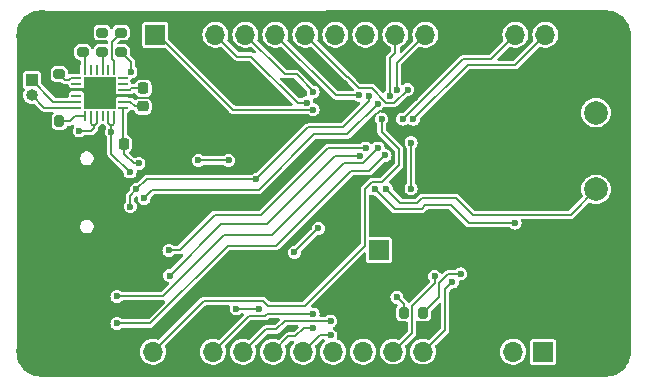
<source format=gbr>
%TF.GenerationSoftware,KiCad,Pcbnew,8.0.2-8.0.2-0~ubuntu22.04.1*%
%TF.CreationDate,2024-06-03T20:12:09+08:00*%
%TF.ProjectId,pcb-stm32,7063622d-7374-46d3-9332-2e6b69636164,rev?*%
%TF.SameCoordinates,Original*%
%TF.FileFunction,Copper,L2,Bot*%
%TF.FilePolarity,Positive*%
%FSLAX46Y46*%
G04 Gerber Fmt 4.6, Leading zero omitted, Abs format (unit mm)*
G04 Created by KiCad (PCBNEW 8.0.2-8.0.2-0~ubuntu22.04.1) date 2024-06-03 20:12:09*
%MOMM*%
%LPD*%
G01*
G04 APERTURE LIST*
G04 Aperture macros list*
%AMRoundRect*
0 Rectangle with rounded corners*
0 $1 Rounding radius*
0 $2 $3 $4 $5 $6 $7 $8 $9 X,Y pos of 4 corners*
0 Add a 4 corners polygon primitive as box body*
4,1,4,$2,$3,$4,$5,$6,$7,$8,$9,$2,$3,0*
0 Add four circle primitives for the rounded corners*
1,1,$1+$1,$2,$3*
1,1,$1+$1,$4,$5*
1,1,$1+$1,$6,$7*
1,1,$1+$1,$8,$9*
0 Add four rect primitives between the rounded corners*
20,1,$1+$1,$2,$3,$4,$5,0*
20,1,$1+$1,$4,$5,$6,$7,0*
20,1,$1+$1,$6,$7,$8,$9,0*
20,1,$1+$1,$8,$9,$2,$3,0*%
G04 Aperture macros list end*
%TA.AperFunction,ComponentPad*%
%ADD10R,1.700000X1.700000*%
%TD*%
%TA.AperFunction,ComponentPad*%
%ADD11O,1.700000X1.700000*%
%TD*%
%TA.AperFunction,ComponentPad*%
%ADD12C,0.700000*%
%TD*%
%TA.AperFunction,ComponentPad*%
%ADD13C,4.400000*%
%TD*%
%TA.AperFunction,HeatsinkPad*%
%ADD14C,0.500000*%
%TD*%
%TA.AperFunction,HeatsinkPad*%
%ADD15R,1.680000X1.680000*%
%TD*%
%TA.AperFunction,ComponentPad*%
%ADD16R,1.000000X1.000000*%
%TD*%
%TA.AperFunction,ComponentPad*%
%ADD17O,1.000000X1.000000*%
%TD*%
%TA.AperFunction,ComponentPad*%
%ADD18C,2.000000*%
%TD*%
%TA.AperFunction,ComponentPad*%
%ADD19O,2.100000X1.000000*%
%TD*%
%TA.AperFunction,ComponentPad*%
%ADD20O,1.800000X1.000000*%
%TD*%
%TA.AperFunction,SMDPad,CuDef*%
%ADD21RoundRect,0.200000X0.275000X-0.200000X0.275000X0.200000X-0.275000X0.200000X-0.275000X-0.200000X0*%
%TD*%
%TA.AperFunction,SMDPad,CuDef*%
%ADD22RoundRect,0.225000X0.225000X0.250000X-0.225000X0.250000X-0.225000X-0.250000X0.225000X-0.250000X0*%
%TD*%
%TA.AperFunction,SMDPad,CuDef*%
%ADD23RoundRect,0.225000X-0.250000X0.225000X-0.250000X-0.225000X0.250000X-0.225000X0.250000X0.225000X0*%
%TD*%
%TA.AperFunction,SMDPad,CuDef*%
%ADD24RoundRect,0.200000X-0.200000X-0.275000X0.200000X-0.275000X0.200000X0.275000X-0.200000X0.275000X0*%
%TD*%
%TA.AperFunction,SMDPad,CuDef*%
%ADD25RoundRect,0.200000X0.200000X0.275000X-0.200000X0.275000X-0.200000X-0.275000X0.200000X-0.275000X0*%
%TD*%
%TA.AperFunction,SMDPad,CuDef*%
%ADD26RoundRect,0.200000X-0.275000X0.200000X-0.275000X-0.200000X0.275000X-0.200000X0.275000X0.200000X0*%
%TD*%
%TA.AperFunction,SMDPad,CuDef*%
%ADD27RoundRect,0.062500X0.062500X-0.350000X0.062500X0.350000X-0.062500X0.350000X-0.062500X-0.350000X0*%
%TD*%
%TA.AperFunction,SMDPad,CuDef*%
%ADD28RoundRect,0.062500X0.350000X-0.062500X0.350000X0.062500X-0.350000X0.062500X-0.350000X-0.062500X0*%
%TD*%
%TA.AperFunction,HeatsinkPad*%
%ADD29R,2.700000X2.700000*%
%TD*%
%TA.AperFunction,ViaPad*%
%ADD30C,0.600000*%
%TD*%
%TA.AperFunction,Conductor*%
%ADD31C,0.200000*%
%TD*%
G04 APERTURE END LIST*
D10*
%TO.P,J3,1,Pin_1*%
%TO.N,/1V8_SDA*%
X150080000Y-99000000D03*
D11*
%TO.P,J3,2,Pin_2*%
%TO.N,/1V8_SCL*%
X147540000Y-99000000D03*
%TO.P,J3,3,Pin_3*%
%TO.N,GND*%
X145000000Y-99000000D03*
%TO.P,J3,4,Pin_4*%
X142460000Y-99000000D03*
%TO.P,J3,5,Pin_5*%
%TO.N,/1V8_RX*%
X139920000Y-99000000D03*
%TO.P,J3,6,Pin_6*%
%TO.N,/1V8_TX*%
X137380000Y-99000000D03*
%TO.P,J3,7,Pin_7*%
%TO.N,+1V8*%
X134840000Y-99000000D03*
%TO.P,J3,8,Pin_8*%
X132300000Y-99000000D03*
%TO.P,J3,9,Pin_9*%
%TO.N,/1V8_MOSI*%
X129760000Y-99000000D03*
%TO.P,J3,10,Pin_10*%
%TO.N,/1V8_MISO*%
X127220000Y-99000000D03*
%TO.P,J3,11,Pin_11*%
%TO.N,/1V8_SCK*%
X124680000Y-99000000D03*
%TO.P,J3,12,Pin_12*%
%TO.N,/1V8_NSS*%
X122140000Y-99000000D03*
%TO.P,J3,13,Pin_13*%
%TO.N,GND*%
X119600000Y-99000000D03*
%TO.P,J3,14,Pin_14*%
%TO.N,/JTRST*%
X117060000Y-99000000D03*
%TD*%
D10*
%TO.P,J2,1,Pin_1*%
%TO.N,/JTDO*%
X117250000Y-72150000D03*
D11*
%TO.P,J2,2,Pin_2*%
%TO.N,GND*%
X119790000Y-72150000D03*
%TO.P,J2,3,Pin_3*%
%TO.N,/JTDI*%
X122330000Y-72150000D03*
%TO.P,J2,4,Pin_4*%
%TO.N,/JTCK*%
X124870000Y-72150000D03*
%TO.P,J2,5,Pin_5*%
%TO.N,/JTMS*%
X127410000Y-72150000D03*
%TO.P,J2,6,Pin_6*%
%TO.N,/SPI2_NSS*%
X129950000Y-72150000D03*
%TO.P,J2,7,Pin_7*%
%TO.N,+3V3*%
X132490000Y-72150000D03*
%TO.P,J2,8,Pin_8*%
X135030000Y-72150000D03*
%TO.P,J2,9,Pin_9*%
%TO.N,/USART1_RX*%
X137570000Y-72150000D03*
%TO.P,J2,10,Pin_10*%
%TO.N,/USART1_TX*%
X140110000Y-72150000D03*
%TO.P,J2,11,Pin_11*%
%TO.N,GND*%
X142650000Y-72150000D03*
%TO.P,J2,12,Pin_12*%
X145190000Y-72150000D03*
%TO.P,J2,13,Pin_13*%
%TO.N,/I2C1_SCL*%
X147730000Y-72150000D03*
%TO.P,J2,14,Pin_14*%
%TO.N,/I2C1_SDA*%
X150270000Y-72150000D03*
%TD*%
D12*
%TO.P,H4,1,1*%
%TO.N,GND*%
X153650000Y-98900000D03*
X154133274Y-97733274D03*
X154133274Y-100066726D03*
X155300000Y-97250000D03*
D13*
X155300000Y-98900000D03*
D12*
X155300000Y-100550000D03*
X156466726Y-97733274D03*
X156466726Y-100066726D03*
X156950000Y-98900000D03*
%TD*%
D10*
%TO.P,J4,1,Pin_1*%
%TO.N,/BOOT0*%
X136200000Y-90400000D03*
D11*
%TO.P,J4,2,Pin_2*%
%TO.N,GND*%
X136200000Y-92940000D03*
%TD*%
D14*
%TO.P,U5,17,EP*%
%TO.N,GND*%
X121752500Y-81042500D03*
X121752500Y-79862500D03*
D15*
X121162500Y-80452500D03*
D14*
X120572500Y-81042500D03*
X120572500Y-79862500D03*
%TD*%
D16*
%TO.P,J5,1,Pin_1*%
%TO.N,Net-(J5-Pin_1)*%
X106800000Y-76000000D03*
D17*
%TO.P,J5,2,Pin_2*%
%TO.N,Net-(J5-Pin_2)*%
X106800000Y-77270000D03*
%TD*%
D12*
%TO.P,H3,1,1*%
%TO.N,GND*%
X106016726Y-98950000D03*
X106500000Y-97783274D03*
X106500000Y-100116726D03*
X107666726Y-97300000D03*
D13*
X107666726Y-98950000D03*
D12*
X107666726Y-100600000D03*
X108833452Y-97783274D03*
X108833452Y-100116726D03*
X109316726Y-98950000D03*
%TD*%
D18*
%TO.P,SW1,1,1*%
%TO.N,GND*%
X150050000Y-85250000D03*
X150050000Y-78750000D03*
%TO.P,SW1,2,2*%
%TO.N,/NRST*%
X154550000Y-85250000D03*
X154550000Y-78750000D03*
%TD*%
D14*
%TO.P,U4,17,EP*%
%TO.N,GND*%
X124185000Y-93605000D03*
X124185000Y-92425000D03*
D15*
X123595000Y-93015000D03*
D14*
X123005000Y-93605000D03*
X123005000Y-92425000D03*
%TD*%
D12*
%TO.P,H2,1,1*%
%TO.N,GND*%
X153650000Y-72300000D03*
X154133274Y-71133274D03*
X154133274Y-73466726D03*
X155300000Y-70650000D03*
D13*
X155300000Y-72300000D03*
D12*
X155300000Y-73950000D03*
X156466726Y-71133274D03*
X156466726Y-73466726D03*
X156950000Y-72300000D03*
%TD*%
%TO.P,H1,1,1*%
%TO.N,GND*%
X106000000Y-72250000D03*
X106483274Y-71083274D03*
X106483274Y-73416726D03*
X107650000Y-70600000D03*
D13*
X107650000Y-72250000D03*
D12*
X107650000Y-73900000D03*
X108816726Y-71083274D03*
X108816726Y-73416726D03*
X109300000Y-72250000D03*
%TD*%
D19*
%TO.P,J1,S1,SHIELD*%
%TO.N,GND*%
X111975000Y-81180000D03*
D20*
X107775000Y-81180000D03*
D19*
X111975000Y-89820000D03*
D20*
X107775000Y-89820000D03*
%TD*%
D21*
%TO.P,R9,1*%
%TO.N,Net-(U1-VBUS_EN_SNK)*%
X112750000Y-73625000D03*
%TO.P,R9,2*%
%TO.N,/USB_EN_SNK*%
X112750000Y-71975000D03*
%TD*%
D22*
%TO.P,C6,1*%
%TO.N,GND*%
X116125000Y-81400000D03*
%TO.P,C6,2*%
%TO.N,VIN*%
X114575000Y-81400000D03*
%TD*%
D23*
%TO.P,C8,1*%
%TO.N,Net-(U1-VREG_2V7)*%
X116200000Y-78225000D03*
%TO.P,C8,2*%
%TO.N,GND*%
X116200000Y-79775000D03*
%TD*%
D24*
%TO.P,R10,1*%
%TO.N,+1V8*%
X138275000Y-95700000D03*
%TO.P,R10,2*%
%TO.N,Net-(U3-OE)*%
X139925000Y-95700000D03*
%TD*%
D25*
%TO.P,R6,1*%
%TO.N,Net-(U1-RESET)*%
X109125000Y-79500000D03*
%TO.P,R6,2*%
%TO.N,GND*%
X107475000Y-79500000D03*
%TD*%
D26*
%TO.P,R5,1*%
%TO.N,Net-(U1-VBUS_VS_DISCH)*%
X114350000Y-71975000D03*
%TO.P,R5,2*%
%TO.N,VIN*%
X114350000Y-73625000D03*
%TD*%
D21*
%TO.P,R8,1*%
%TO.N,Net-(U1-ADDR1)*%
X111125000Y-73625000D03*
%TO.P,R8,2*%
%TO.N,GND*%
X111125000Y-71975000D03*
%TD*%
D27*
%TO.P,U1,1,CC1DB*%
%TO.N,/USB_CC1*%
X113775000Y-79037500D03*
%TO.P,U1,2,CC1*%
X113275000Y-79037500D03*
%TO.P,U1,3,NC*%
%TO.N,unconnected-(U1-NC-Pad3)*%
X112775000Y-79037500D03*
%TO.P,U1,4,CC2*%
%TO.N,/USB_CC2*%
X112275000Y-79037500D03*
%TO.P,U1,5,CC2DB*%
X111775000Y-79037500D03*
%TO.P,U1,6,RESET*%
%TO.N,Net-(U1-RESET)*%
X111275000Y-79037500D03*
D28*
%TO.P,U1,7,SCL*%
%TO.N,Net-(J5-Pin_2)*%
X110562500Y-78325000D03*
%TO.P,U1,8,SDA*%
%TO.N,Net-(J5-Pin_1)*%
X110562500Y-77825000D03*
%TO.P,U1,9,DISCH*%
%TO.N,unconnected-(U1-DISCH-Pad9)*%
X110562500Y-77325000D03*
%TO.P,U1,10,GND*%
%TO.N,GND*%
X110562500Y-76825000D03*
%TO.P,U1,11,ATTACH*%
%TO.N,unconnected-(U1-ATTACH-Pad11)*%
X110562500Y-76325000D03*
%TO.P,U1,12,ADDR0*%
%TO.N,Net-(U1-ADDR0)*%
X110562500Y-75825000D03*
D27*
%TO.P,U1,13,ADDR1*%
%TO.N,Net-(U1-ADDR1)*%
X111275000Y-75112500D03*
%TO.P,U1,14,POWER_OK3*%
%TO.N,unconnected-(U1-POWER_OK3-Pad14)*%
X111775000Y-75112500D03*
%TO.P,U1,15,GPIO*%
%TO.N,unconnected-(U1-GPIO-Pad15)*%
X112275000Y-75112500D03*
%TO.P,U1,16,VBUS_EN_SNK*%
%TO.N,Net-(U1-VBUS_EN_SNK)*%
X112775000Y-75112500D03*
%TO.P,U1,17,A_B_SIDE*%
%TO.N,unconnected-(U1-A_B_SIDE-Pad17)*%
X113275000Y-75112500D03*
%TO.P,U1,18,VBUS_VS_DISCH*%
%TO.N,Net-(U1-VBUS_VS_DISCH)*%
X113775000Y-75112500D03*
D28*
%TO.P,U1,19,ALERT*%
%TO.N,unconnected-(U1-ALERT-Pad19)*%
X114487500Y-75825000D03*
%TO.P,U1,20,POWER_OK2*%
%TO.N,unconnected-(U1-POWER_OK2-Pad20)*%
X114487500Y-76325000D03*
%TO.P,U1,21,VREG_1V2*%
%TO.N,Net-(U1-VREG_1V2)*%
X114487500Y-76825000D03*
%TO.P,U1,22,VSYS*%
%TO.N,GND*%
X114487500Y-77325000D03*
%TO.P,U1,23,VREG_2V7*%
%TO.N,Net-(U1-VREG_2V7)*%
X114487500Y-77825000D03*
%TO.P,U1,24,VDD*%
%TO.N,VIN*%
X114487500Y-78325000D03*
D29*
%TO.P,U1,25,GND*%
%TO.N,GND*%
X112525000Y-77075000D03*
%TD*%
D26*
%TO.P,R7,1*%
%TO.N,Net-(U1-ADDR0)*%
X109100000Y-75475000D03*
%TO.P,R7,2*%
%TO.N,GND*%
X109100000Y-77125000D03*
%TD*%
D22*
%TO.P,C7,1*%
%TO.N,GND*%
X117775000Y-76700000D03*
%TO.P,C7,2*%
%TO.N,Net-(U1-VREG_1V2)*%
X116225000Y-76700000D03*
%TD*%
D30*
%TO.N,GND*%
X131150000Y-87450000D03*
X117200000Y-89050000D03*
X122750000Y-76250000D03*
X138000000Y-87600000D03*
X133300000Y-76300000D03*
X120400000Y-87900000D03*
X128900000Y-83500000D03*
X141750000Y-83350000D03*
X129600000Y-77100000D03*
X127100000Y-96450000D03*
X118900000Y-76200000D03*
X144400000Y-91000000D03*
X136200000Y-95100000D03*
X115125000Y-80200000D03*
X117200000Y-86800000D03*
X139200000Y-77470000D03*
X132600000Y-86800000D03*
X128550000Y-97050000D03*
X130050000Y-79300000D03*
X133700000Y-73600000D03*
X143050000Y-91000000D03*
X141500000Y-91000000D03*
X133900000Y-85600000D03*
X140161944Y-89712810D03*
X142625735Y-79574265D03*
X134200000Y-81142834D03*
X117150000Y-81950000D03*
X127700000Y-84700000D03*
X124900000Y-86800000D03*
X111100000Y-84100000D03*
%TO.N,/PC14*%
X118450000Y-92550000D03*
X134600000Y-82400000D03*
%TO.N,/NRST*%
X136800000Y-85200000D03*
%TO.N,/PD0*%
X114000000Y-94300000D03*
X136100000Y-81744304D03*
%TO.N,VIN*%
X115175335Y-75313025D03*
X115850000Y-83050000D03*
%TO.N,+3V3*%
X123450000Y-82800000D03*
X120900000Y-82800000D03*
%TO.N,+1V8*%
X126000000Y-95350000D03*
X124100730Y-95360958D03*
X137700000Y-94375000D03*
%TO.N,/USB_CC2*%
X110800000Y-80300000D03*
%TO.N,/USB_DM*%
X136077513Y-78025770D03*
X116300000Y-86000000D03*
%TO.N,/USB_DP*%
X135324265Y-77324265D03*
X115650000Y-85250000D03*
X125800000Y-84400000D03*
X115118365Y-86718365D03*
%TO.N,/USB_CC1*%
X115100000Y-83800000D03*
X113525000Y-80400000D03*
%TO.N,/1V8_MISO*%
X130600000Y-97000000D03*
%TO.N,/I2C1_SDA*%
X139100000Y-79300000D03*
%TO.N,/USART1_RX*%
X137085523Y-77312271D03*
%TO.N,/USART1_TX*%
X137700000Y-76800000D03*
%TO.N,/I2C1_SCL*%
X138200000Y-79300000D03*
%TO.N,/1V8_SCK*%
X132100000Y-96400000D03*
%TO.N,/1V8_MOSI*%
X132100000Y-97600000D03*
%TO.N,/PC15*%
X118400000Y-90400000D03*
X135055696Y-81742834D03*
%TO.N,/BOOT0*%
X138900905Y-85200000D03*
X138900000Y-81300000D03*
%TO.N,/PD1*%
X136690000Y-82378025D03*
X114000000Y-96600000D03*
%TO.N,Net-(U3-OE)*%
X143100000Y-92400000D03*
%TO.N,/PG_1V8*%
X131040000Y-88560000D03*
X129010000Y-90590000D03*
%TO.N,/JTCK*%
X130600000Y-77000000D03*
%TO.N,/SPI2_NSS*%
X138600000Y-76800000D03*
%TO.N,/JTMS*%
X134524866Y-77293193D03*
%TO.N,/JTDI*%
X130071152Y-77900270D03*
%TO.N,/JTDO*%
X130600000Y-78500000D03*
%TO.N,/PC13*%
X147700000Y-88100000D03*
X135824265Y-85224265D03*
%TO.N,/JTRST*%
X136400000Y-79300000D03*
%TO.N,/1V8_TX*%
X140900000Y-92600000D03*
%TO.N,/1V8_RX*%
X142400000Y-93100000D03*
%TO.N,/1V8_NSS*%
X130600000Y-95800000D03*
%TD*%
D31*
%TO.N,GND*%
X114487500Y-77325000D02*
X115526304Y-77325000D01*
X112525000Y-77075000D02*
X112275000Y-76825000D01*
X133800000Y-85600000D02*
X133900000Y-85600000D01*
X131950000Y-87450000D02*
X133800000Y-85600000D01*
X125600000Y-86800000D02*
X128900000Y-83500000D01*
X117200000Y-86800000D02*
X114180000Y-89820000D01*
X142650000Y-72150000D02*
X145190000Y-72150000D01*
X109155000Y-81180000D02*
X111975000Y-81180000D01*
X116125000Y-79850000D02*
X116200000Y-79775000D01*
X118857500Y-81042500D02*
X115500000Y-84400000D01*
X139200000Y-77470000D02*
X139200000Y-75600000D01*
X117300000Y-77900000D02*
X117775000Y-77425000D01*
X114180000Y-89820000D02*
X111975000Y-89820000D01*
X144400000Y-91000000D02*
X145000000Y-91600000D01*
X115550000Y-79775000D02*
X115125000Y-80200000D01*
X109575000Y-76650000D02*
X109100000Y-77125000D01*
X153200000Y-101000000D02*
X147000000Y-101000000D01*
X135800000Y-79400000D02*
X135800000Y-79051471D01*
X141500000Y-91000000D02*
X140212810Y-89712810D01*
X135800000Y-79051471D02*
X136251471Y-78600000D01*
X147000000Y-101000000D02*
X145000000Y-99000000D01*
X139200000Y-75600000D02*
X142650000Y-72150000D01*
X155300000Y-98900000D02*
X153200000Y-101000000D01*
X110562500Y-76825000D02*
X110075000Y-76825000D01*
X117775000Y-77425000D02*
X117775000Y-76700000D01*
X127700000Y-90900000D02*
X125710000Y-90900000D01*
X116200000Y-79775000D02*
X117300000Y-78675000D01*
X141310000Y-100150000D02*
X136893654Y-100150000D01*
X131200000Y-81200000D02*
X134000000Y-81200000D01*
X115676304Y-77475000D02*
X117000000Y-77475000D01*
X139427190Y-89712810D02*
X136200000Y-92940000D01*
X114600000Y-84400000D02*
X112100000Y-81900000D01*
X118900000Y-76200000D02*
X118400000Y-76700000D01*
X107650000Y-75675000D02*
X107650000Y-72250000D01*
X134000000Y-81200000D02*
X135800000Y-79400000D01*
X154800000Y-72400000D02*
X155200000Y-72400000D01*
X109900000Y-76650000D02*
X109575000Y-76650000D01*
X140161944Y-89712810D02*
X139427190Y-89712810D01*
X150050000Y-77150000D02*
X154800000Y-72400000D01*
X112100000Y-81900000D02*
X112100000Y-81305000D01*
X107475000Y-79500000D02*
X109155000Y-81180000D01*
X125710000Y-90900000D02*
X124185000Y-92425000D01*
X112775000Y-77325000D02*
X114487500Y-77325000D01*
X116125000Y-81400000D02*
X116125000Y-79850000D01*
X138070000Y-78600000D02*
X139200000Y-77470000D01*
X150050000Y-78750000D02*
X150050000Y-77150000D01*
X117000000Y-77475000D02*
X117775000Y-76700000D01*
X116200000Y-79775000D02*
X115550000Y-79775000D01*
X131150000Y-87450000D02*
X127700000Y-90900000D01*
X109100000Y-77125000D02*
X107650000Y-75675000D01*
X128900000Y-83500000D02*
X131200000Y-81200000D01*
X130050000Y-79300000D02*
X122315000Y-79300000D01*
X112525000Y-77075000D02*
X112775000Y-77325000D01*
X136200000Y-92940000D02*
X136200000Y-95100000D01*
X112100000Y-81305000D02*
X111975000Y-81180000D01*
X136200000Y-99456346D02*
X136200000Y-95100000D01*
X124900000Y-86800000D02*
X125600000Y-86800000D01*
X120572500Y-81042500D02*
X118857500Y-81042500D01*
X131150000Y-87450000D02*
X131950000Y-87450000D01*
X136893654Y-100150000D02*
X136200000Y-99456346D01*
X140212810Y-89712810D02*
X140161944Y-89712810D01*
X142460000Y-99000000D02*
X141310000Y-100150000D01*
X115500000Y-84400000D02*
X114600000Y-84400000D01*
X110075000Y-76825000D02*
X109900000Y-76650000D01*
X136251471Y-78600000D02*
X138070000Y-78600000D01*
X145000000Y-99000000D02*
X142460000Y-99000000D01*
X124900000Y-86800000D02*
X117200000Y-86800000D01*
X115526304Y-77325000D02*
X115676304Y-77475000D01*
X117300000Y-78675000D02*
X117300000Y-77900000D01*
X145000000Y-91600000D02*
X145000000Y-99000000D01*
X118400000Y-76700000D02*
X117775000Y-76700000D01*
X112275000Y-76825000D02*
X110562500Y-76825000D01*
X122315000Y-79300000D02*
X120572500Y-81042500D01*
%TO.N,/PC14*%
X122800000Y-88200000D02*
X126700000Y-88200000D01*
X118450000Y-92550000D02*
X122800000Y-88200000D01*
X132500000Y-82400000D02*
X134600000Y-82400000D01*
X126700000Y-88200000D02*
X132500000Y-82400000D01*
%TO.N,/NRST*%
X142700000Y-86000000D02*
X144100000Y-87400000D01*
X139400000Y-86400000D02*
X139800000Y-86000000D01*
X152400000Y-87400000D02*
X154550000Y-85250000D01*
X144100000Y-87400000D02*
X152400000Y-87400000D01*
X136800000Y-85200000D02*
X138000000Y-86400000D01*
X138000000Y-86400000D02*
X139400000Y-86400000D01*
X139800000Y-86000000D02*
X142700000Y-86000000D01*
%TO.N,/PD0*%
X136100000Y-81748529D02*
X134848529Y-83000000D01*
X127100000Y-89100000D02*
X123100000Y-89100000D01*
X136100000Y-81744304D02*
X136100000Y-81748529D01*
X123100000Y-89100000D02*
X117900000Y-94300000D01*
X117900000Y-94300000D02*
X114000000Y-94300000D01*
X133200000Y-83000000D02*
X127100000Y-89100000D01*
X134848529Y-83000000D02*
X133200000Y-83000000D01*
%TO.N,VIN*%
X115400000Y-83050000D02*
X114575000Y-82225000D01*
X114575000Y-82225000D02*
X114575000Y-81400000D01*
X115175335Y-74450335D02*
X114350000Y-73625000D01*
X115850000Y-83050000D02*
X115400000Y-83050000D01*
X114525000Y-81350000D02*
X114525000Y-78362500D01*
X115175335Y-75313025D02*
X115175335Y-74450335D01*
X114575000Y-81400000D02*
X114525000Y-81350000D01*
X114525000Y-78362500D02*
X114487500Y-78325000D01*
%TO.N,Net-(U1-VREG_1V2)*%
X115225000Y-76700000D02*
X116225000Y-76700000D01*
X115100000Y-76825000D02*
X115225000Y-76700000D01*
X114487500Y-76825000D02*
X115100000Y-76825000D01*
%TO.N,Net-(U1-VREG_2V7)*%
X114487500Y-77825000D02*
X115125000Y-77825000D01*
X115525000Y-78225000D02*
X116200000Y-78225000D01*
X115125000Y-77825000D02*
X115525000Y-78225000D01*
%TO.N,+3V3*%
X120900000Y-82800000D02*
X123450000Y-82800000D01*
%TO.N,+1V8*%
X125989042Y-95360958D02*
X126000000Y-95350000D01*
X137700000Y-94375000D02*
X138275000Y-94950000D01*
X124100730Y-95360958D02*
X125989042Y-95360958D01*
X138275000Y-94950000D02*
X138275000Y-95700000D01*
%TO.N,/USB_CC2*%
X112275000Y-79037500D02*
X112275000Y-79475000D01*
X110800000Y-80300000D02*
X111800000Y-80300000D01*
X112275000Y-79475000D02*
X112275000Y-79625000D01*
X111925000Y-79775000D02*
X111775000Y-79625000D01*
X112025000Y-79775000D02*
X111925000Y-79775000D01*
X112025000Y-80075000D02*
X112025000Y-79775000D01*
X112125000Y-79775000D02*
X112025000Y-79775000D01*
X112275000Y-79625000D02*
X112125000Y-79775000D01*
X111800000Y-80300000D02*
X112025000Y-80075000D01*
X111775000Y-79625000D02*
X111775000Y-79037500D01*
%TO.N,/USB_DM*%
X117000000Y-85300000D02*
X126000000Y-85300000D01*
X133503283Y-80600000D02*
X136077513Y-78025770D01*
X126000000Y-85300000D02*
X130700000Y-80600000D01*
X116300000Y-86000000D02*
X117000000Y-85300000D01*
X130700000Y-80600000D02*
X133503283Y-80600000D01*
%TO.N,/USB_DP*%
X133100000Y-80000000D02*
X135324265Y-77775735D01*
X115118365Y-85781635D02*
X115650000Y-85250000D01*
X125800000Y-84400000D02*
X130200000Y-80000000D01*
X115650000Y-85250000D02*
X116500000Y-84400000D01*
X115118365Y-86718365D02*
X115118365Y-85781635D01*
X116500000Y-84400000D02*
X125800000Y-84400000D01*
X130200000Y-80000000D02*
X133100000Y-80000000D01*
X135324265Y-77775735D02*
X135324265Y-77324265D01*
%TO.N,/USB_CC1*%
X113775000Y-79625000D02*
X113625000Y-79775000D01*
X113625000Y-79775000D02*
X113425000Y-79775000D01*
X113525000Y-80400000D02*
X113525000Y-79775000D01*
X113425000Y-79775000D02*
X113275000Y-79625000D01*
X113525000Y-82225000D02*
X115100000Y-83800000D01*
X113525000Y-80400000D02*
X113525000Y-82225000D01*
X113775000Y-79037500D02*
X113775000Y-79625000D01*
X113275000Y-79625000D02*
X113275000Y-79037500D01*
%TO.N,/1V8_MISO*%
X128520000Y-97700000D02*
X127220000Y-99000000D01*
X129800000Y-97000000D02*
X129100000Y-97700000D01*
X130600000Y-97000000D02*
X129800000Y-97000000D01*
X129100000Y-97700000D02*
X128520000Y-97700000D01*
%TO.N,/I2C1_SDA*%
X143700000Y-74700000D02*
X147720000Y-74700000D01*
X147720000Y-74700000D02*
X150270000Y-72150000D01*
X139100000Y-79300000D02*
X143700000Y-74700000D01*
%TO.N,/USART1_RX*%
X137085523Y-77312271D02*
X137085523Y-74164477D01*
X137570000Y-73680000D02*
X137570000Y-72150000D01*
X137085523Y-74164477D02*
X137570000Y-73680000D01*
%TO.N,/USART1_TX*%
X137700000Y-76800000D02*
X137700000Y-74560000D01*
X137700000Y-74560000D02*
X140110000Y-72150000D01*
%TO.N,/I2C1_SCL*%
X143318529Y-74200000D02*
X145680000Y-74200000D01*
X138218529Y-79300000D02*
X143318529Y-74200000D01*
X145680000Y-74200000D02*
X147730000Y-72150000D01*
X138200000Y-79300000D02*
X138218529Y-79300000D01*
%TO.N,/1V8_SCK*%
X128200000Y-96400000D02*
X127500000Y-97100000D01*
X132100000Y-96400000D02*
X128200000Y-96400000D01*
X127500000Y-97100000D02*
X126580000Y-97100000D01*
X126580000Y-97100000D02*
X124680000Y-99000000D01*
%TO.N,/1V8_MOSI*%
X131160000Y-97600000D02*
X129760000Y-99000000D01*
X132100000Y-97600000D02*
X131160000Y-97600000D01*
%TO.N,/PC15*%
X131857166Y-81742834D02*
X135055696Y-81742834D01*
X118400000Y-90400000D02*
X119300000Y-90400000D01*
X119300000Y-90400000D02*
X122300000Y-87400000D01*
X122300000Y-87400000D02*
X126200000Y-87400000D01*
X126200000Y-87400000D02*
X131857166Y-81742834D01*
%TO.N,/BOOT0*%
X138900000Y-85199095D02*
X138900000Y-81300000D01*
X138900905Y-85200000D02*
X138900000Y-85199095D01*
%TO.N,/PD1*%
X135368025Y-83700000D02*
X133800000Y-83700000D01*
X136690000Y-82378025D02*
X135368025Y-83700000D01*
X116800000Y-96600000D02*
X114000000Y-96600000D01*
X133800000Y-83700000D02*
X127500000Y-90000000D01*
X127500000Y-90000000D02*
X123400000Y-90000000D01*
X123400000Y-90000000D02*
X116800000Y-96600000D01*
%TO.N,Net-(U1-VBUS_VS_DISCH)*%
X113775000Y-74375000D02*
X113775000Y-75112500D01*
X114350000Y-71975000D02*
X113575000Y-72750000D01*
X113575000Y-74175000D02*
X113775000Y-74375000D01*
X113575000Y-72750000D02*
X113575000Y-74175000D01*
%TO.N,Net-(U1-RESET)*%
X110000000Y-79500000D02*
X109125000Y-79500000D01*
X111275000Y-79037500D02*
X110462500Y-79037500D01*
X110462500Y-79037500D02*
X110000000Y-79500000D01*
%TO.N,Net-(U1-ADDR0)*%
X110562500Y-75825000D02*
X110075000Y-75825000D01*
X109950000Y-75950000D02*
X109575000Y-75950000D01*
X110075000Y-75825000D02*
X109950000Y-75950000D01*
X109575000Y-75950000D02*
X109100000Y-75475000D01*
%TO.N,Net-(U1-ADDR1)*%
X111125000Y-73625000D02*
X111275000Y-73775000D01*
X111275000Y-73775000D02*
X111275000Y-75112500D01*
%TO.N,Net-(U1-VBUS_EN_SNK)*%
X112750000Y-73625000D02*
X112775000Y-73650000D01*
X112775000Y-73650000D02*
X112775000Y-75112500D01*
%TO.N,Net-(U3-OE)*%
X141300000Y-93151468D02*
X141300000Y-94325000D01*
X142051468Y-92400000D02*
X141300000Y-93151468D01*
X143100000Y-92400000D02*
X142051468Y-92400000D01*
X141300000Y-94325000D02*
X139925000Y-95700000D01*
%TO.N,/PG_1V8*%
X131040000Y-88560000D02*
X129010000Y-90590000D01*
%TO.N,Net-(J5-Pin_1)*%
X110562500Y-77825000D02*
X108612352Y-77825000D01*
X106800000Y-76012648D02*
X106800000Y-76000000D01*
X108612352Y-77825000D02*
X106800000Y-76012648D01*
%TO.N,Net-(J5-Pin_2)*%
X110562500Y-78325000D02*
X107855000Y-78325000D01*
X107855000Y-78325000D02*
X106800000Y-77270000D01*
%TO.N,/JTCK*%
X130600000Y-76900000D02*
X129200000Y-75500000D01*
X129200000Y-75500000D02*
X128220000Y-75500000D01*
X128220000Y-75500000D02*
X124870000Y-72150000D01*
X130600000Y-77000000D02*
X130600000Y-76900000D01*
%TO.N,/SPI2_NSS*%
X135593465Y-76693193D02*
X134493193Y-76693193D01*
X136812543Y-77912271D02*
X135593465Y-76693193D01*
X133900000Y-76051471D02*
X133548529Y-75700000D01*
X137487729Y-77912271D02*
X136812543Y-77912271D01*
X133548529Y-75700000D02*
X133500000Y-75700000D01*
X134493193Y-76693193D02*
X133900000Y-76100000D01*
X133900000Y-76100000D02*
X133900000Y-76051471D01*
X133500000Y-75700000D02*
X129950000Y-72150000D01*
X138600000Y-76800000D02*
X137487729Y-77912271D01*
%TO.N,/JTMS*%
X132553193Y-77293193D02*
X127410000Y-72150000D01*
X134524866Y-77293193D02*
X132553193Y-77293193D01*
%TO.N,/JTDI*%
X124180000Y-74000000D02*
X122330000Y-72150000D01*
X129285711Y-77900270D02*
X125385441Y-74000000D01*
X130071152Y-77900270D02*
X129285711Y-77900270D01*
X125385441Y-74000000D02*
X124180000Y-74000000D01*
%TO.N,/JTDO*%
X117470000Y-72150000D02*
X117250000Y-72150000D01*
X130600000Y-78500000D02*
X123820000Y-78500000D01*
X123820000Y-78500000D02*
X117470000Y-72150000D01*
%TO.N,/PC13*%
X142300000Y-86600000D02*
X140112868Y-86600000D01*
X147700000Y-88100000D02*
X143800000Y-88100000D01*
X143800000Y-88100000D02*
X142300000Y-86600000D01*
X139812868Y-86900000D02*
X137500000Y-86900000D01*
X137500000Y-86900000D02*
X135824265Y-85224265D01*
X140112868Y-86600000D02*
X139812868Y-86900000D01*
%TO.N,/JTRST*%
X126800000Y-95100000D02*
X129900000Y-95100000D01*
X137900000Y-83200000D02*
X137900000Y-81850000D01*
X135000000Y-85200001D02*
X135575736Y-84624265D01*
X137900000Y-81850000D02*
X136400000Y-80350000D01*
X135575736Y-84624265D02*
X136475735Y-84624265D01*
X129900000Y-95100000D02*
X135000000Y-90000000D01*
X135000000Y-90000000D02*
X135000000Y-85200001D01*
X121325000Y-94700000D02*
X126400000Y-94700000D01*
X126400000Y-94700000D02*
X126800000Y-95100000D01*
X117025000Y-99000000D02*
X121325000Y-94700000D01*
X136475735Y-84624265D02*
X137900000Y-83200000D01*
X136400000Y-80350000D02*
X136400000Y-79300000D01*
%TO.N,/1V8_TX*%
X138975000Y-97405000D02*
X137380000Y-99000000D01*
X140900000Y-92600000D02*
X140900000Y-93200000D01*
X140900000Y-93200000D02*
X138975000Y-95125000D01*
X138975000Y-95125000D02*
X138975000Y-97405000D01*
%TO.N,/1V8_RX*%
X141800000Y-93700000D02*
X141800000Y-97120000D01*
X141800000Y-97120000D02*
X139920000Y-99000000D01*
X142400000Y-93100000D02*
X141800000Y-93700000D01*
%TO.N,/1V8_NSS*%
X126550000Y-95950000D02*
X125190000Y-95950000D01*
X125190000Y-95950000D02*
X122140000Y-99000000D01*
X130600000Y-95800000D02*
X126700000Y-95800000D01*
X126700000Y-95800000D02*
X126550000Y-95950000D01*
%TD*%
%TA.AperFunction,Conductor*%
%TO.N,GND*%
G36*
X128005889Y-75781145D02*
G01*
X128008440Y-75782577D01*
X128034472Y-75797607D01*
X128084709Y-75826613D01*
X128084711Y-75826613D01*
X128084712Y-75826614D01*
X128173856Y-75850500D01*
X129003456Y-75850500D01*
X129070495Y-75870185D01*
X129091137Y-75886819D01*
X130020073Y-76815755D01*
X130053558Y-76877078D01*
X130055331Y-76919620D01*
X130045344Y-76995485D01*
X130044750Y-77000000D01*
X130047509Y-77020960D01*
X130063670Y-77143708D01*
X130063671Y-77143712D01*
X130081289Y-77186248D01*
X130088756Y-77255717D01*
X130057480Y-77318196D01*
X129997390Y-77353847D01*
X129982913Y-77356637D01*
X129960248Y-77359621D01*
X129927443Y-77363940D01*
X129927442Y-77363940D01*
X129927439Y-77363941D01*
X129793529Y-77419407D01*
X129678524Y-77507654D01*
X129672780Y-77513399D01*
X129670263Y-77510882D01*
X129626969Y-77542473D01*
X129585060Y-77549770D01*
X129482255Y-77549770D01*
X129415216Y-77530085D01*
X129394574Y-77513451D01*
X127858781Y-75977658D01*
X127825296Y-75916335D01*
X127830280Y-75846643D01*
X127872152Y-75790710D01*
X127937616Y-75766293D01*
X128005889Y-75781145D01*
G37*
%TD.AperFunction*%
%TA.AperFunction,Conductor*%
G36*
X155404122Y-70100769D02*
G01*
X155665934Y-70117930D01*
X155682005Y-70120046D01*
X155935426Y-70170454D01*
X155951077Y-70174648D01*
X156195752Y-70257704D01*
X156210730Y-70263908D01*
X156442460Y-70378185D01*
X156456506Y-70386295D01*
X156671336Y-70529839D01*
X156684202Y-70539710D01*
X156729960Y-70579839D01*
X156878460Y-70710070D01*
X156889929Y-70721539D01*
X157060286Y-70915794D01*
X157070160Y-70928663D01*
X157213704Y-71143493D01*
X157221814Y-71157539D01*
X157336091Y-71389269D01*
X157342298Y-71404254D01*
X157425348Y-71648911D01*
X157429546Y-71664579D01*
X157479952Y-71917989D01*
X157482069Y-71934070D01*
X157499234Y-72195941D01*
X157499500Y-72204051D01*
X157499500Y-98995948D01*
X157499234Y-99004058D01*
X157482069Y-99265929D01*
X157479952Y-99282010D01*
X157429546Y-99535420D01*
X157425348Y-99551088D01*
X157342298Y-99795745D01*
X157336091Y-99810730D01*
X157221814Y-100042460D01*
X157213704Y-100056506D01*
X157070160Y-100271336D01*
X157060286Y-100284205D01*
X156889929Y-100478460D01*
X156878460Y-100489929D01*
X156684205Y-100660286D01*
X156671336Y-100670160D01*
X156456506Y-100813704D01*
X156442460Y-100821814D01*
X156210730Y-100936091D01*
X156195745Y-100942298D01*
X155951088Y-101025348D01*
X155935420Y-101029546D01*
X155682010Y-101079952D01*
X155665929Y-101082069D01*
X155404058Y-101099234D01*
X155395948Y-101099500D01*
X107604052Y-101099500D01*
X107595942Y-101099234D01*
X107334070Y-101082069D01*
X107317989Y-101079952D01*
X107064579Y-101029546D01*
X107048911Y-101025348D01*
X106804254Y-100942298D01*
X106789269Y-100936091D01*
X106557539Y-100821814D01*
X106543493Y-100813704D01*
X106328663Y-100670160D01*
X106315794Y-100660286D01*
X106121539Y-100489929D01*
X106110070Y-100478460D01*
X105939713Y-100284205D01*
X105929839Y-100271336D01*
X105786295Y-100056506D01*
X105778185Y-100042460D01*
X105663908Y-99810730D01*
X105657704Y-99795752D01*
X105574648Y-99551077D01*
X105570453Y-99535420D01*
X105560561Y-99485691D01*
X105520046Y-99282005D01*
X105517931Y-99265949D01*
X105500764Y-99004028D01*
X105500500Y-98995948D01*
X105500500Y-94300000D01*
X113444750Y-94300000D01*
X113459173Y-94409555D01*
X113463670Y-94443708D01*
X113463671Y-94443712D01*
X113519137Y-94577622D01*
X113519138Y-94577624D01*
X113519139Y-94577625D01*
X113607379Y-94692621D01*
X113722375Y-94780861D01*
X113856291Y-94836330D01*
X113983280Y-94853048D01*
X113999999Y-94855250D01*
X114000000Y-94855250D01*
X114000001Y-94855250D01*
X114016247Y-94853111D01*
X114143709Y-94836330D01*
X114277625Y-94780861D01*
X114392621Y-94692621D01*
X114392623Y-94692617D01*
X114392627Y-94692615D01*
X114398372Y-94686871D01*
X114400888Y-94689387D01*
X114444183Y-94657797D01*
X114486092Y-94650500D01*
X117954271Y-94650500D01*
X117954271Y-94654105D01*
X118006838Y-94662065D01*
X118059298Y-94708214D01*
X118078481Y-94775399D01*
X118058295Y-94842289D01*
X118042165Y-94862152D01*
X116691137Y-96213181D01*
X116629814Y-96246666D01*
X116603456Y-96249500D01*
X114486092Y-96249500D01*
X114419053Y-96229815D01*
X114399587Y-96211913D01*
X114398372Y-96213129D01*
X114392627Y-96207384D01*
X114392621Y-96207379D01*
X114277625Y-96119139D01*
X114277624Y-96119138D01*
X114277622Y-96119137D01*
X114143712Y-96063671D01*
X114143710Y-96063670D01*
X114143709Y-96063670D01*
X114071854Y-96054210D01*
X114000001Y-96044750D01*
X113999999Y-96044750D01*
X113856291Y-96063670D01*
X113856287Y-96063671D01*
X113722377Y-96119137D01*
X113607379Y-96207379D01*
X113519137Y-96322377D01*
X113463671Y-96456287D01*
X113463670Y-96456291D01*
X113444750Y-96599999D01*
X113444750Y-96600000D01*
X113463670Y-96743708D01*
X113463671Y-96743712D01*
X113519137Y-96877622D01*
X113519138Y-96877624D01*
X113519139Y-96877625D01*
X113607379Y-96992621D01*
X113722375Y-97080861D01*
X113856291Y-97136330D01*
X113983280Y-97153048D01*
X113999999Y-97155250D01*
X114000000Y-97155250D01*
X114000001Y-97155250D01*
X114014977Y-97153278D01*
X114143709Y-97136330D01*
X114277625Y-97080861D01*
X114392621Y-96992621D01*
X114392623Y-96992617D01*
X114392627Y-96992615D01*
X114398372Y-96986871D01*
X114400888Y-96989387D01*
X114444183Y-96957797D01*
X114486092Y-96950500D01*
X116846142Y-96950500D01*
X116846144Y-96950500D01*
X116935288Y-96926614D01*
X117015212Y-96880470D01*
X123305682Y-90590000D01*
X128454750Y-90590000D01*
X128470986Y-90713326D01*
X128473670Y-90733708D01*
X128473671Y-90733712D01*
X128529137Y-90867622D01*
X128529138Y-90867624D01*
X128529139Y-90867625D01*
X128617379Y-90982621D01*
X128732375Y-91070861D01*
X128866291Y-91126330D01*
X128993280Y-91143048D01*
X129009999Y-91145250D01*
X129010000Y-91145250D01*
X129010001Y-91145250D01*
X129024977Y-91143278D01*
X129153709Y-91126330D01*
X129287625Y-91070861D01*
X129402621Y-90982621D01*
X129490861Y-90867625D01*
X129546330Y-90733709D01*
X129565250Y-90590000D01*
X129565250Y-90589999D01*
X129565250Y-90581871D01*
X129569049Y-90581871D01*
X129576388Y-90530418D01*
X129601556Y-90494124D01*
X130944123Y-89151557D01*
X131005444Y-89118074D01*
X131031871Y-89117144D01*
X131031871Y-89115250D01*
X131040000Y-89115250D01*
X131183709Y-89096330D01*
X131317625Y-89040861D01*
X131432621Y-88952621D01*
X131520861Y-88837625D01*
X131576330Y-88703709D01*
X131595250Y-88560000D01*
X131576330Y-88416291D01*
X131520861Y-88282375D01*
X131432621Y-88167379D01*
X131317625Y-88079139D01*
X131317624Y-88079138D01*
X131317622Y-88079137D01*
X131183712Y-88023671D01*
X131183710Y-88023670D01*
X131183709Y-88023670D01*
X131111854Y-88014210D01*
X131040001Y-88004750D01*
X131039999Y-88004750D01*
X130896291Y-88023670D01*
X130896287Y-88023671D01*
X130762377Y-88079137D01*
X130647379Y-88167379D01*
X130559137Y-88282377D01*
X130503671Y-88416287D01*
X130503670Y-88416291D01*
X130484750Y-88560000D01*
X130484750Y-88568128D01*
X130481456Y-88568128D01*
X130472192Y-88622588D01*
X130448439Y-88655877D01*
X129105877Y-89998439D01*
X129044554Y-90031924D01*
X129018128Y-90033208D01*
X129018128Y-90034750D01*
X129010000Y-90034750D01*
X128866291Y-90053670D01*
X128866287Y-90053671D01*
X128732377Y-90109137D01*
X128617379Y-90197379D01*
X128529137Y-90312377D01*
X128473671Y-90446287D01*
X128473670Y-90446291D01*
X128456151Y-90579362D01*
X128454750Y-90590000D01*
X123305682Y-90590000D01*
X123508863Y-90386819D01*
X123570186Y-90353334D01*
X123596544Y-90350500D01*
X127546142Y-90350500D01*
X127546144Y-90350500D01*
X127635288Y-90326614D01*
X127636208Y-90326083D01*
X127636214Y-90326078D01*
X127715212Y-90280470D01*
X133908863Y-84086819D01*
X133970186Y-84053334D01*
X133996544Y-84050500D01*
X135420955Y-84050500D01*
X135445831Y-84057804D01*
X135487870Y-84030788D01*
X135490679Y-84029999D01*
X135503313Y-84026614D01*
X135583237Y-83980470D01*
X136594123Y-82969582D01*
X136655444Y-82936099D01*
X136681871Y-82935169D01*
X136681871Y-82933275D01*
X136690000Y-82933275D01*
X136833709Y-82914355D01*
X136967625Y-82858886D01*
X137082621Y-82770646D01*
X137170861Y-82655650D01*
X137226330Y-82521734D01*
X137245250Y-82378025D01*
X137226330Y-82234316D01*
X137170861Y-82100400D01*
X137082621Y-81985404D01*
X136967625Y-81897164D01*
X136967624Y-81897163D01*
X136967622Y-81897162D01*
X136833712Y-81841696D01*
X136833710Y-81841695D01*
X136833709Y-81841695D01*
X136821184Y-81840046D01*
X136759482Y-81831922D01*
X136695586Y-81803654D01*
X136657115Y-81745329D01*
X136652731Y-81725175D01*
X136636330Y-81600595D01*
X136580861Y-81466679D01*
X136492621Y-81351683D01*
X136377625Y-81263443D01*
X136377624Y-81263442D01*
X136377622Y-81263441D01*
X136243712Y-81207975D01*
X136243710Y-81207974D01*
X136243709Y-81207974D01*
X136171854Y-81198514D01*
X136100001Y-81189054D01*
X136099999Y-81189054D01*
X135956291Y-81207974D01*
X135956287Y-81207975D01*
X135822377Y-81263441D01*
X135707377Y-81351684D01*
X135676785Y-81391552D01*
X135620356Y-81432753D01*
X135550610Y-81436906D01*
X135489690Y-81402692D01*
X135480035Y-81391549D01*
X135475038Y-81385037D01*
X135448317Y-81350213D01*
X135333321Y-81261973D01*
X135333320Y-81261972D01*
X135333318Y-81261971D01*
X135199408Y-81206505D01*
X135199406Y-81206504D01*
X135199405Y-81206504D01*
X135066862Y-81189054D01*
X135055697Y-81187584D01*
X135055695Y-81187584D01*
X134911987Y-81206504D01*
X134911983Y-81206505D01*
X134778073Y-81261971D01*
X134663068Y-81350218D01*
X134657324Y-81355963D01*
X134654807Y-81353446D01*
X134611513Y-81385037D01*
X134569604Y-81392334D01*
X131811022Y-81392334D01*
X131727239Y-81414782D01*
X131727240Y-81414783D01*
X131721878Y-81416219D01*
X131721874Y-81416221D01*
X131641957Y-81462361D01*
X131641952Y-81462365D01*
X126091137Y-87013181D01*
X126029814Y-87046666D01*
X126003456Y-87049500D01*
X122253856Y-87049500D01*
X122181587Y-87068863D01*
X122181588Y-87068864D01*
X122164711Y-87073386D01*
X122164709Y-87073387D01*
X122084791Y-87119527D01*
X122084786Y-87119531D01*
X119191137Y-90013181D01*
X119129814Y-90046666D01*
X119103456Y-90049500D01*
X118886092Y-90049500D01*
X118819053Y-90029815D01*
X118799587Y-90011913D01*
X118798372Y-90013129D01*
X118792627Y-90007384D01*
X118792621Y-90007379D01*
X118677625Y-89919139D01*
X118677624Y-89919138D01*
X118677622Y-89919137D01*
X118543712Y-89863671D01*
X118543710Y-89863670D01*
X118543709Y-89863670D01*
X118471854Y-89854210D01*
X118400001Y-89844750D01*
X118399999Y-89844750D01*
X118256291Y-89863670D01*
X118256287Y-89863671D01*
X118122377Y-89919137D01*
X118007379Y-90007379D01*
X117919137Y-90122377D01*
X117863671Y-90256287D01*
X117863670Y-90256291D01*
X117854482Y-90326083D01*
X117844750Y-90400000D01*
X117862834Y-90537362D01*
X117863670Y-90543708D01*
X117863671Y-90543712D01*
X117919137Y-90677622D01*
X117919138Y-90677624D01*
X117919139Y-90677625D01*
X118007379Y-90792621D01*
X118122375Y-90880861D01*
X118256291Y-90936330D01*
X118383280Y-90953048D01*
X118399999Y-90955250D01*
X118400000Y-90955250D01*
X118400001Y-90955250D01*
X118414977Y-90953278D01*
X118543709Y-90936330D01*
X118677625Y-90880861D01*
X118792621Y-90792621D01*
X118792623Y-90792617D01*
X118792627Y-90792615D01*
X118798372Y-90786871D01*
X118800888Y-90789387D01*
X118844183Y-90757797D01*
X118886092Y-90750500D01*
X119346142Y-90750500D01*
X119346144Y-90750500D01*
X119435288Y-90726614D01*
X119435291Y-90726611D01*
X119442795Y-90723505D01*
X119443978Y-90726361D01*
X119497614Y-90713326D01*
X119563651Y-90736150D01*
X119606864Y-90791054D01*
X119613535Y-90860604D01*
X119581545Y-90922720D01*
X119579447Y-90924869D01*
X118545877Y-91958439D01*
X118484554Y-91991924D01*
X118458128Y-91993208D01*
X118458128Y-91994750D01*
X118450000Y-91994750D01*
X118306291Y-92013670D01*
X118306287Y-92013671D01*
X118172377Y-92069137D01*
X118057379Y-92157379D01*
X117969137Y-92272377D01*
X117913671Y-92406287D01*
X117913670Y-92406291D01*
X117894750Y-92550000D01*
X117911552Y-92677625D01*
X117913670Y-92693708D01*
X117913671Y-92693712D01*
X117969137Y-92827622D01*
X117969138Y-92827624D01*
X117969139Y-92827625D01*
X118057379Y-92942621D01*
X118172375Y-93030861D01*
X118306291Y-93086330D01*
X118332429Y-93089771D01*
X118396326Y-93118037D01*
X118434797Y-93176362D01*
X118435628Y-93246227D01*
X118403925Y-93300391D01*
X117791137Y-93913181D01*
X117729814Y-93946666D01*
X117703456Y-93949500D01*
X114486092Y-93949500D01*
X114419053Y-93929815D01*
X114399587Y-93911913D01*
X114398372Y-93913129D01*
X114392627Y-93907384D01*
X114392621Y-93907379D01*
X114277625Y-93819139D01*
X114277624Y-93819138D01*
X114277622Y-93819137D01*
X114143712Y-93763671D01*
X114143710Y-93763670D01*
X114143709Y-93763670D01*
X114071854Y-93754210D01*
X114000001Y-93744750D01*
X113999999Y-93744750D01*
X113856291Y-93763670D01*
X113856287Y-93763671D01*
X113722377Y-93819137D01*
X113607379Y-93907379D01*
X113519137Y-94022377D01*
X113463671Y-94156287D01*
X113463670Y-94156291D01*
X113444750Y-94300000D01*
X105500500Y-94300000D01*
X105500500Y-88314234D01*
X110879500Y-88314234D01*
X110879500Y-88465766D01*
X110886696Y-88492621D01*
X110918719Y-88612136D01*
X110956602Y-88677750D01*
X110994485Y-88743365D01*
X111101635Y-88850515D01*
X111232865Y-88926281D01*
X111379234Y-88965500D01*
X111379236Y-88965500D01*
X111530764Y-88965500D01*
X111530766Y-88965500D01*
X111677135Y-88926281D01*
X111808365Y-88850515D01*
X111915515Y-88743365D01*
X111991281Y-88612135D01*
X112030500Y-88465766D01*
X112030500Y-88314234D01*
X111991281Y-88167865D01*
X111991000Y-88167379D01*
X111952098Y-88099999D01*
X111915515Y-88036635D01*
X111808365Y-87929485D01*
X111742750Y-87891602D01*
X111677136Y-87853719D01*
X111560156Y-87822375D01*
X111530766Y-87814500D01*
X111379234Y-87814500D01*
X111232863Y-87853719D01*
X111101635Y-87929485D01*
X111101632Y-87929487D01*
X110994487Y-88036632D01*
X110994485Y-88036635D01*
X110918719Y-88167863D01*
X110898397Y-88243708D01*
X110879500Y-88314234D01*
X105500500Y-88314234D01*
X105500500Y-86718364D01*
X114563115Y-86718364D01*
X114563115Y-86718365D01*
X114582035Y-86862073D01*
X114582036Y-86862077D01*
X114637502Y-86995987D01*
X114637503Y-86995989D01*
X114637504Y-86995990D01*
X114725744Y-87110986D01*
X114840740Y-87199226D01*
X114974656Y-87254695D01*
X115101645Y-87271413D01*
X115118364Y-87273615D01*
X115118365Y-87273615D01*
X115118366Y-87273615D01*
X115133342Y-87271643D01*
X115262074Y-87254695D01*
X115395990Y-87199226D01*
X115510986Y-87110986D01*
X115599226Y-86995990D01*
X115654695Y-86862074D01*
X115673615Y-86718365D01*
X115654695Y-86574656D01*
X115599226Y-86440740D01*
X115510986Y-86325744D01*
X115510984Y-86325742D01*
X115510980Y-86325737D01*
X115505236Y-86319993D01*
X115507752Y-86317476D01*
X115476162Y-86274182D01*
X115468865Y-86232273D01*
X115468865Y-85978178D01*
X115488550Y-85911139D01*
X115505184Y-85890497D01*
X115539373Y-85856308D01*
X115600696Y-85822823D01*
X115670388Y-85827807D01*
X115726321Y-85869679D01*
X115750738Y-85935143D01*
X115749993Y-85960174D01*
X115744750Y-85999998D01*
X115744750Y-86000000D01*
X115763670Y-86143708D01*
X115763671Y-86143712D01*
X115819137Y-86277622D01*
X115819138Y-86277624D01*
X115819139Y-86277625D01*
X115907379Y-86392621D01*
X116022375Y-86480861D01*
X116022376Y-86480861D01*
X116022377Y-86480862D01*
X116067013Y-86499350D01*
X116156291Y-86536330D01*
X116283280Y-86553048D01*
X116299999Y-86555250D01*
X116300000Y-86555250D01*
X116300001Y-86555250D01*
X116314977Y-86553278D01*
X116443709Y-86536330D01*
X116577625Y-86480861D01*
X116692621Y-86392621D01*
X116780861Y-86277625D01*
X116836330Y-86143709D01*
X116855250Y-86000000D01*
X116855250Y-85999998D01*
X116855250Y-85991871D01*
X116859049Y-85991871D01*
X116866388Y-85940418D01*
X116891554Y-85904126D01*
X117108864Y-85686816D01*
X117170186Y-85653334D01*
X117196544Y-85650500D01*
X126046142Y-85650500D01*
X126046144Y-85650500D01*
X126135288Y-85626614D01*
X126156523Y-85614354D01*
X126215212Y-85580470D01*
X130808863Y-80986819D01*
X130870186Y-80953334D01*
X130896544Y-80950500D01*
X133549425Y-80950500D01*
X133549427Y-80950500D01*
X133638571Y-80926614D01*
X133659806Y-80914354D01*
X133718495Y-80880470D01*
X135721068Y-78877895D01*
X135782389Y-78844412D01*
X135852081Y-78849396D01*
X135908014Y-78891268D01*
X135932431Y-78956732D01*
X135919988Y-79013929D01*
X135922249Y-79014866D01*
X135863671Y-79156287D01*
X135863670Y-79156291D01*
X135844750Y-79299999D01*
X135844750Y-79300000D01*
X135863670Y-79443708D01*
X135863671Y-79443712D01*
X135919138Y-79577623D01*
X135919139Y-79577625D01*
X136007380Y-79692623D01*
X136013126Y-79698369D01*
X136010574Y-79700920D01*
X136042091Y-79743873D01*
X136049500Y-79786092D01*
X136049500Y-80396143D01*
X136067858Y-80464657D01*
X136067874Y-80464714D01*
X136073386Y-80485289D01*
X136119527Y-80565208D01*
X136119529Y-80565211D01*
X136119530Y-80565212D01*
X136817761Y-81263443D01*
X137513181Y-81958862D01*
X137546666Y-82020185D01*
X137549500Y-82046543D01*
X137549500Y-83003456D01*
X137529815Y-83070495D01*
X137513181Y-83091137D01*
X136366872Y-84237446D01*
X136305549Y-84270931D01*
X136279191Y-84273765D01*
X135522805Y-84273765D01*
X135497928Y-84266460D01*
X135455890Y-84293477D01*
X135453080Y-84294266D01*
X135447646Y-84295722D01*
X135440446Y-84297651D01*
X135440445Y-84297652D01*
X135360527Y-84343792D01*
X135360522Y-84343796D01*
X134719531Y-84984787D01*
X134673910Y-85063804D01*
X134673909Y-85063807D01*
X134673386Y-85064713D01*
X134673385Y-85064715D01*
X134649500Y-85153857D01*
X134649500Y-89803456D01*
X134629815Y-89870495D01*
X134613181Y-89891137D01*
X129791137Y-94713181D01*
X129729814Y-94746666D01*
X129703456Y-94749500D01*
X126996543Y-94749500D01*
X126929504Y-94729815D01*
X126908862Y-94713181D01*
X126776151Y-94580470D01*
X126615212Y-94419530D01*
X126615211Y-94419529D01*
X126615208Y-94419527D01*
X126535290Y-94373387D01*
X126535289Y-94373386D01*
X126535288Y-94373386D01*
X126446144Y-94349500D01*
X121278856Y-94349500D01*
X121189712Y-94373386D01*
X121189711Y-94373386D01*
X121189709Y-94373387D01*
X121189706Y-94373388D01*
X121109794Y-94419526D01*
X121109785Y-94419533D01*
X117585284Y-97944032D01*
X117523961Y-97977517D01*
X117454269Y-97972533D01*
X117452810Y-97971978D01*
X117362461Y-97936977D01*
X117362456Y-97936976D01*
X117161976Y-97899500D01*
X116958024Y-97899500D01*
X116757544Y-97936976D01*
X116757541Y-97936976D01*
X116757541Y-97936977D01*
X116567364Y-98010651D01*
X116567357Y-98010655D01*
X116393960Y-98118017D01*
X116393958Y-98118019D01*
X116243237Y-98255418D01*
X116120327Y-98418178D01*
X116029422Y-98600739D01*
X116029417Y-98600752D01*
X115973602Y-98796917D01*
X115954785Y-98999999D01*
X115954785Y-99000000D01*
X115973602Y-99203082D01*
X116029417Y-99399247D01*
X116029422Y-99399260D01*
X116120327Y-99581821D01*
X116243237Y-99744581D01*
X116393958Y-99881980D01*
X116393960Y-99881982D01*
X116493141Y-99943392D01*
X116567363Y-99989348D01*
X116757544Y-100063024D01*
X116958024Y-100100500D01*
X116958026Y-100100500D01*
X117161974Y-100100500D01*
X117161976Y-100100500D01*
X117362456Y-100063024D01*
X117552637Y-99989348D01*
X117726041Y-99881981D01*
X117876764Y-99744579D01*
X117999673Y-99581821D01*
X118090582Y-99399250D01*
X118146397Y-99203083D01*
X118165215Y-99000000D01*
X118146397Y-98796917D01*
X118090582Y-98600750D01*
X118073623Y-98566691D01*
X118061362Y-98497906D01*
X118088235Y-98433411D01*
X118096932Y-98423748D01*
X121433862Y-95086819D01*
X121495185Y-95053334D01*
X121521543Y-95050500D01*
X123447891Y-95050500D01*
X123514930Y-95070185D01*
X123560685Y-95122989D01*
X123570629Y-95192147D01*
X123565937Y-95209246D01*
X123566504Y-95209398D01*
X123564400Y-95217249D01*
X123545480Y-95360957D01*
X123545480Y-95360958D01*
X123564400Y-95504666D01*
X123564401Y-95504670D01*
X123619867Y-95638580D01*
X123619868Y-95638582D01*
X123619869Y-95638583D01*
X123708109Y-95753579D01*
X123823105Y-95841819D01*
X123957021Y-95897288D01*
X124084010Y-95914006D01*
X124100729Y-95916208D01*
X124100730Y-95916208D01*
X124100731Y-95916208D01*
X124115707Y-95914236D01*
X124244439Y-95897288D01*
X124378355Y-95841819D01*
X124493351Y-95753579D01*
X124493353Y-95753575D01*
X124493357Y-95753573D01*
X124499102Y-95747829D01*
X124501618Y-95750345D01*
X124544913Y-95718755D01*
X124586822Y-95711458D01*
X124633499Y-95711458D01*
X124700538Y-95731143D01*
X124746293Y-95783947D01*
X124756237Y-95853105D01*
X124727212Y-95916661D01*
X124721180Y-95923139D01*
X122690511Y-97953805D01*
X122629188Y-97987290D01*
X122559496Y-97982306D01*
X122558037Y-97981751D01*
X122442461Y-97936977D01*
X122442456Y-97936976D01*
X122241976Y-97899500D01*
X122038024Y-97899500D01*
X121837544Y-97936976D01*
X121837541Y-97936976D01*
X121837541Y-97936977D01*
X121647364Y-98010651D01*
X121647357Y-98010655D01*
X121473960Y-98118017D01*
X121473958Y-98118019D01*
X121323237Y-98255418D01*
X121200327Y-98418178D01*
X121109422Y-98600739D01*
X121109417Y-98600752D01*
X121053602Y-98796917D01*
X121034785Y-98999999D01*
X121034785Y-99000000D01*
X121053602Y-99203082D01*
X121109417Y-99399247D01*
X121109422Y-99399260D01*
X121200327Y-99581821D01*
X121323237Y-99744581D01*
X121473958Y-99881980D01*
X121473960Y-99881982D01*
X121573141Y-99943392D01*
X121647363Y-99989348D01*
X121837544Y-100063024D01*
X122038024Y-100100500D01*
X122038026Y-100100500D01*
X122241974Y-100100500D01*
X122241976Y-100100500D01*
X122442456Y-100063024D01*
X122632637Y-99989348D01*
X122806041Y-99881981D01*
X122956764Y-99744579D01*
X123079673Y-99581821D01*
X123170582Y-99399250D01*
X123226397Y-99203083D01*
X123245215Y-99000000D01*
X123226397Y-98796917D01*
X123170582Y-98600750D01*
X123165256Y-98590055D01*
X123152996Y-98521272D01*
X123179869Y-98456777D01*
X123188566Y-98447114D01*
X125298862Y-96336819D01*
X125360185Y-96303334D01*
X125386543Y-96300500D01*
X126596142Y-96300500D01*
X126596144Y-96300500D01*
X126685288Y-96276614D01*
X126693366Y-96271950D01*
X126765212Y-96230470D01*
X126808863Y-96186819D01*
X126870186Y-96153334D01*
X126896544Y-96150500D01*
X127654456Y-96150500D01*
X127721495Y-96170185D01*
X127767250Y-96222989D01*
X127777194Y-96292147D01*
X127748169Y-96355703D01*
X127742137Y-96362181D01*
X127391137Y-96713181D01*
X127329814Y-96746666D01*
X127303456Y-96749500D01*
X126533856Y-96749500D01*
X126444712Y-96773386D01*
X126444709Y-96773387D01*
X126364791Y-96819527D01*
X126364786Y-96819531D01*
X125230511Y-97953805D01*
X125169188Y-97987290D01*
X125099496Y-97982306D01*
X125098037Y-97981751D01*
X124982461Y-97936977D01*
X124982456Y-97936976D01*
X124781976Y-97899500D01*
X124578024Y-97899500D01*
X124377544Y-97936976D01*
X124377541Y-97936976D01*
X124377541Y-97936977D01*
X124187364Y-98010651D01*
X124187357Y-98010655D01*
X124013960Y-98118017D01*
X124013958Y-98118019D01*
X123863237Y-98255418D01*
X123740327Y-98418178D01*
X123649422Y-98600739D01*
X123649417Y-98600752D01*
X123593602Y-98796917D01*
X123574785Y-98999999D01*
X123574785Y-99000000D01*
X123593602Y-99203082D01*
X123649417Y-99399247D01*
X123649422Y-99399260D01*
X123740327Y-99581821D01*
X123863237Y-99744581D01*
X124013958Y-99881980D01*
X124013960Y-99881982D01*
X124113141Y-99943392D01*
X124187363Y-99989348D01*
X124377544Y-100063024D01*
X124578024Y-100100500D01*
X124578026Y-100100500D01*
X124781974Y-100100500D01*
X124781976Y-100100500D01*
X124982456Y-100063024D01*
X125172637Y-99989348D01*
X125346041Y-99881981D01*
X125496764Y-99744579D01*
X125619673Y-99581821D01*
X125710582Y-99399250D01*
X125766397Y-99203083D01*
X125785215Y-99000000D01*
X125766397Y-98796917D01*
X125710582Y-98600750D01*
X125705256Y-98590055D01*
X125692996Y-98521272D01*
X125719869Y-98456777D01*
X125728566Y-98447114D01*
X126688863Y-97486819D01*
X126750186Y-97453334D01*
X126776544Y-97450500D01*
X127546142Y-97450500D01*
X127546144Y-97450500D01*
X127635288Y-97426614D01*
X127671871Y-97405492D01*
X127671873Y-97405492D01*
X127715205Y-97380474D01*
X127715204Y-97380474D01*
X127715212Y-97380470D01*
X128308863Y-96786819D01*
X128370186Y-96753334D01*
X128396544Y-96750500D01*
X129254456Y-96750500D01*
X129321495Y-96770185D01*
X129367250Y-96822989D01*
X129377194Y-96892147D01*
X129348169Y-96955703D01*
X129342137Y-96962181D01*
X128991137Y-97313181D01*
X128929814Y-97346666D01*
X128903456Y-97349500D01*
X128473854Y-97349500D01*
X128438938Y-97358855D01*
X128438939Y-97358856D01*
X128384710Y-97373386D01*
X128384709Y-97373387D01*
X128304791Y-97419527D01*
X128304786Y-97419531D01*
X127770511Y-97953805D01*
X127709188Y-97987290D01*
X127639496Y-97982306D01*
X127638037Y-97981751D01*
X127522461Y-97936977D01*
X127522456Y-97936976D01*
X127321976Y-97899500D01*
X127118024Y-97899500D01*
X126917544Y-97936976D01*
X126917541Y-97936976D01*
X126917541Y-97936977D01*
X126727364Y-98010651D01*
X126727357Y-98010655D01*
X126553960Y-98118017D01*
X126553958Y-98118019D01*
X126403237Y-98255418D01*
X126280327Y-98418178D01*
X126189422Y-98600739D01*
X126189417Y-98600752D01*
X126133602Y-98796917D01*
X126114785Y-98999999D01*
X126114785Y-99000000D01*
X126133602Y-99203082D01*
X126189417Y-99399247D01*
X126189422Y-99399260D01*
X126280327Y-99581821D01*
X126403237Y-99744581D01*
X126553958Y-99881980D01*
X126553960Y-99881982D01*
X126653141Y-99943392D01*
X126727363Y-99989348D01*
X126917544Y-100063024D01*
X127118024Y-100100500D01*
X127118026Y-100100500D01*
X127321974Y-100100500D01*
X127321976Y-100100500D01*
X127522456Y-100063024D01*
X127712637Y-99989348D01*
X127886041Y-99881981D01*
X128036764Y-99744579D01*
X128159673Y-99581821D01*
X128250582Y-99399250D01*
X128306397Y-99203083D01*
X128325215Y-99000000D01*
X128306397Y-98796917D01*
X128250582Y-98600750D01*
X128245256Y-98590055D01*
X128232996Y-98521272D01*
X128259869Y-98456777D01*
X128268565Y-98447115D01*
X128628863Y-98086819D01*
X128690186Y-98053334D01*
X128716544Y-98050500D01*
X128849213Y-98050500D01*
X128916252Y-98070185D01*
X128962007Y-98122989D01*
X128971951Y-98192147D01*
X128945540Y-98249977D01*
X128946691Y-98250846D01*
X128820327Y-98418178D01*
X128729422Y-98600739D01*
X128729417Y-98600752D01*
X128673602Y-98796917D01*
X128654785Y-98999999D01*
X128654785Y-99000000D01*
X128673602Y-99203082D01*
X128729417Y-99399247D01*
X128729422Y-99399260D01*
X128820327Y-99581821D01*
X128943237Y-99744581D01*
X129093958Y-99881980D01*
X129093960Y-99881982D01*
X129193141Y-99943392D01*
X129267363Y-99989348D01*
X129457544Y-100063024D01*
X129658024Y-100100500D01*
X129658026Y-100100500D01*
X129861974Y-100100500D01*
X129861976Y-100100500D01*
X130062456Y-100063024D01*
X130252637Y-99989348D01*
X130426041Y-99881981D01*
X130576764Y-99744579D01*
X130699673Y-99581821D01*
X130790582Y-99399250D01*
X130846397Y-99203083D01*
X130865215Y-99000000D01*
X130846397Y-98796917D01*
X130790582Y-98600750D01*
X130785256Y-98590055D01*
X130772996Y-98521272D01*
X130799869Y-98456777D01*
X130808565Y-98447115D01*
X131268863Y-97986819D01*
X131330186Y-97953334D01*
X131356544Y-97950500D01*
X131497638Y-97950500D01*
X131564677Y-97970185D01*
X131610432Y-98022989D01*
X131620376Y-98092147D01*
X131591351Y-98155703D01*
X131581176Y-98166137D01*
X131483237Y-98255419D01*
X131360327Y-98418178D01*
X131269422Y-98600739D01*
X131269417Y-98600752D01*
X131213602Y-98796917D01*
X131194785Y-98999999D01*
X131194785Y-99000000D01*
X131213602Y-99203082D01*
X131269417Y-99399247D01*
X131269422Y-99399260D01*
X131360327Y-99581821D01*
X131483237Y-99744581D01*
X131633958Y-99881980D01*
X131633960Y-99881982D01*
X131733141Y-99943392D01*
X131807363Y-99989348D01*
X131997544Y-100063024D01*
X132198024Y-100100500D01*
X132198026Y-100100500D01*
X132401974Y-100100500D01*
X132401976Y-100100500D01*
X132602456Y-100063024D01*
X132792637Y-99989348D01*
X132966041Y-99881981D01*
X133116764Y-99744579D01*
X133239673Y-99581821D01*
X133330582Y-99399250D01*
X133386397Y-99203083D01*
X133405215Y-99000000D01*
X133405215Y-98999999D01*
X133734785Y-98999999D01*
X133734785Y-99000000D01*
X133753602Y-99203082D01*
X133809417Y-99399247D01*
X133809422Y-99399260D01*
X133900327Y-99581821D01*
X134023237Y-99744581D01*
X134173958Y-99881980D01*
X134173960Y-99881982D01*
X134273141Y-99943392D01*
X134347363Y-99989348D01*
X134537544Y-100063024D01*
X134738024Y-100100500D01*
X134738026Y-100100500D01*
X134941974Y-100100500D01*
X134941976Y-100100500D01*
X135142456Y-100063024D01*
X135332637Y-99989348D01*
X135506041Y-99881981D01*
X135656764Y-99744579D01*
X135779673Y-99581821D01*
X135870582Y-99399250D01*
X135926397Y-99203083D01*
X135945215Y-99000000D01*
X135945215Y-98999999D01*
X136274785Y-98999999D01*
X136274785Y-99000000D01*
X136293602Y-99203082D01*
X136349417Y-99399247D01*
X136349422Y-99399260D01*
X136440327Y-99581821D01*
X136563237Y-99744581D01*
X136713958Y-99881980D01*
X136713960Y-99881982D01*
X136813141Y-99943392D01*
X136887363Y-99989348D01*
X137077544Y-100063024D01*
X137278024Y-100100500D01*
X137278026Y-100100500D01*
X137481974Y-100100500D01*
X137481976Y-100100500D01*
X137682456Y-100063024D01*
X137872637Y-99989348D01*
X138046041Y-99881981D01*
X138196764Y-99744579D01*
X138319673Y-99581821D01*
X138410582Y-99399250D01*
X138466397Y-99203083D01*
X138485215Y-99000000D01*
X138466397Y-98796917D01*
X138410582Y-98600750D01*
X138405256Y-98590055D01*
X138392996Y-98521272D01*
X138419869Y-98456777D01*
X138428566Y-98447114D01*
X139255470Y-97620212D01*
X139301614Y-97540288D01*
X139319189Y-97474696D01*
X139325500Y-97451144D01*
X139325500Y-96484951D01*
X139345185Y-96417912D01*
X139397989Y-96372157D01*
X139467147Y-96362213D01*
X139507440Y-96375320D01*
X139512112Y-96377789D01*
X139512118Y-96377793D01*
X139575499Y-96399971D01*
X139640299Y-96422646D01*
X139670730Y-96425500D01*
X139670734Y-96425500D01*
X140179270Y-96425500D01*
X140209699Y-96422646D01*
X140209701Y-96422646D01*
X140274501Y-96399971D01*
X140337882Y-96377793D01*
X140447150Y-96297150D01*
X140527793Y-96187882D01*
X140551848Y-96119137D01*
X140572646Y-96059701D01*
X140572646Y-96059699D01*
X140575500Y-96029269D01*
X140575500Y-95596544D01*
X140595185Y-95529505D01*
X140611819Y-95508863D01*
X141237819Y-94882863D01*
X141299142Y-94849378D01*
X141368834Y-94854362D01*
X141424767Y-94896234D01*
X141449184Y-94961698D01*
X141449500Y-94970544D01*
X141449500Y-96923455D01*
X141429815Y-96990494D01*
X141413181Y-97011136D01*
X140470511Y-97953805D01*
X140409188Y-97987290D01*
X140339496Y-97982306D01*
X140338037Y-97981751D01*
X140222461Y-97936977D01*
X140222456Y-97936976D01*
X140021976Y-97899500D01*
X139818024Y-97899500D01*
X139617544Y-97936976D01*
X139617541Y-97936976D01*
X139617541Y-97936977D01*
X139427364Y-98010651D01*
X139427357Y-98010655D01*
X139253960Y-98118017D01*
X139253958Y-98118019D01*
X139103237Y-98255418D01*
X138980327Y-98418178D01*
X138889422Y-98600739D01*
X138889417Y-98600752D01*
X138833602Y-98796917D01*
X138814785Y-98999999D01*
X138814785Y-99000000D01*
X138833602Y-99203082D01*
X138889417Y-99399247D01*
X138889422Y-99399260D01*
X138980327Y-99581821D01*
X139103237Y-99744581D01*
X139253958Y-99881980D01*
X139253960Y-99881982D01*
X139353141Y-99943392D01*
X139427363Y-99989348D01*
X139617544Y-100063024D01*
X139818024Y-100100500D01*
X139818026Y-100100500D01*
X140021974Y-100100500D01*
X140021976Y-100100500D01*
X140222456Y-100063024D01*
X140412637Y-99989348D01*
X140586041Y-99881981D01*
X140736764Y-99744579D01*
X140859673Y-99581821D01*
X140950582Y-99399250D01*
X141006397Y-99203083D01*
X141025215Y-99000000D01*
X141025215Y-98999999D01*
X146434785Y-98999999D01*
X146434785Y-99000000D01*
X146453602Y-99203082D01*
X146509417Y-99399247D01*
X146509422Y-99399260D01*
X146600327Y-99581821D01*
X146723237Y-99744581D01*
X146873958Y-99881980D01*
X146873960Y-99881982D01*
X146973141Y-99943392D01*
X147047363Y-99989348D01*
X147237544Y-100063024D01*
X147438024Y-100100500D01*
X147438026Y-100100500D01*
X147641974Y-100100500D01*
X147641976Y-100100500D01*
X147842456Y-100063024D01*
X148032637Y-99989348D01*
X148206041Y-99881981D01*
X148356764Y-99744579D01*
X148479673Y-99581821D01*
X148570582Y-99399250D01*
X148626397Y-99203083D01*
X148645215Y-99000000D01*
X148626397Y-98796917D01*
X148570582Y-98600750D01*
X148479673Y-98418179D01*
X148356764Y-98255421D01*
X148356762Y-98255418D01*
X148214051Y-98125321D01*
X148979500Y-98125321D01*
X148979500Y-99874678D01*
X148994032Y-99947735D01*
X148994033Y-99947739D01*
X148994034Y-99947740D01*
X149049399Y-100030601D01*
X149132260Y-100085966D01*
X149132264Y-100085967D01*
X149205321Y-100100499D01*
X149205324Y-100100500D01*
X149205326Y-100100500D01*
X150954676Y-100100500D01*
X150954677Y-100100499D01*
X151027740Y-100085966D01*
X151110601Y-100030601D01*
X151165966Y-99947740D01*
X151180500Y-99874674D01*
X151180500Y-98125326D01*
X151180500Y-98125323D01*
X151180499Y-98125321D01*
X151165967Y-98052264D01*
X151165966Y-98052260D01*
X151138427Y-98011045D01*
X151110601Y-97969399D01*
X151027740Y-97914034D01*
X151027739Y-97914033D01*
X151027735Y-97914032D01*
X150954677Y-97899500D01*
X150954674Y-97899500D01*
X149205326Y-97899500D01*
X149205323Y-97899500D01*
X149132264Y-97914032D01*
X149132260Y-97914033D01*
X149049399Y-97969399D01*
X148994033Y-98052260D01*
X148994032Y-98052264D01*
X148979500Y-98125321D01*
X148214051Y-98125321D01*
X148206041Y-98118019D01*
X148206039Y-98118017D01*
X148032642Y-98010655D01*
X148032635Y-98010651D01*
X147884681Y-97953334D01*
X147842456Y-97936976D01*
X147641976Y-97899500D01*
X147438024Y-97899500D01*
X147237544Y-97936976D01*
X147237541Y-97936976D01*
X147237541Y-97936977D01*
X147047364Y-98010651D01*
X147047357Y-98010655D01*
X146873960Y-98118017D01*
X146873958Y-98118019D01*
X146723237Y-98255418D01*
X146600327Y-98418178D01*
X146509422Y-98600739D01*
X146509417Y-98600752D01*
X146453602Y-98796917D01*
X146434785Y-98999999D01*
X141025215Y-98999999D01*
X141006397Y-98796917D01*
X140950582Y-98600750D01*
X140945256Y-98590055D01*
X140932996Y-98521272D01*
X140959869Y-98456777D01*
X140968566Y-98447114D01*
X142080469Y-97335213D01*
X142126614Y-97255288D01*
X142128165Y-97249500D01*
X142130121Y-97242203D01*
X142136831Y-97217157D01*
X142150500Y-97166144D01*
X142150500Y-93896543D01*
X142170185Y-93829504D01*
X142186810Y-93808871D01*
X142304124Y-93691556D01*
X142365443Y-93658074D01*
X142391871Y-93657144D01*
X142391871Y-93655250D01*
X142400000Y-93655250D01*
X142543709Y-93636330D01*
X142677625Y-93580861D01*
X142792621Y-93492621D01*
X142880861Y-93377625D01*
X142936330Y-93243709D01*
X142955250Y-93100000D01*
X142954397Y-93093522D01*
X142965162Y-93024488D01*
X143011540Y-92972232D01*
X143078809Y-92953345D01*
X143093517Y-92954396D01*
X143100000Y-92955250D01*
X143243709Y-92936330D01*
X143377625Y-92880861D01*
X143492621Y-92792621D01*
X143580861Y-92677625D01*
X143636330Y-92543709D01*
X143655250Y-92400000D01*
X143636330Y-92256291D01*
X143580861Y-92122375D01*
X143492621Y-92007379D01*
X143377625Y-91919139D01*
X143377624Y-91919138D01*
X143377622Y-91919137D01*
X143243712Y-91863671D01*
X143243710Y-91863670D01*
X143243709Y-91863670D01*
X143171854Y-91854210D01*
X143100001Y-91844750D01*
X143099999Y-91844750D01*
X142956291Y-91863670D01*
X142956287Y-91863671D01*
X142822377Y-91919137D01*
X142707372Y-92007384D01*
X142701628Y-92013129D01*
X142699111Y-92010612D01*
X142655817Y-92042203D01*
X142613908Y-92049500D01*
X142005324Y-92049500D01*
X141921541Y-92071948D01*
X141921542Y-92071949D01*
X141916183Y-92073385D01*
X141916180Y-92073386D01*
X141836259Y-92119528D01*
X141836257Y-92119530D01*
X141586055Y-92369731D01*
X141524732Y-92403215D01*
X141455040Y-92398231D01*
X141399107Y-92356359D01*
X141383813Y-92329502D01*
X141380861Y-92322375D01*
X141292621Y-92207379D01*
X141177625Y-92119139D01*
X141177624Y-92119138D01*
X141177622Y-92119137D01*
X141043712Y-92063671D01*
X141043710Y-92063670D01*
X141043709Y-92063670D01*
X140971854Y-92054210D01*
X140900001Y-92044750D01*
X140899999Y-92044750D01*
X140756291Y-92063670D01*
X140756287Y-92063671D01*
X140622377Y-92119137D01*
X140507379Y-92207379D01*
X140419137Y-92322377D01*
X140363671Y-92456287D01*
X140363670Y-92456291D01*
X140344750Y-92599999D01*
X140344750Y-92600000D01*
X140363670Y-92743708D01*
X140363671Y-92743712D01*
X140419138Y-92877623D01*
X140419139Y-92877625D01*
X140486471Y-92965374D01*
X140511665Y-93030543D01*
X140497627Y-93098988D01*
X140475776Y-93128541D01*
X138784691Y-94819626D01*
X138723368Y-94853111D01*
X138653676Y-94848127D01*
X138597743Y-94806255D01*
X138589627Y-94793952D01*
X138555470Y-94734788D01*
X138291560Y-94470878D01*
X138258075Y-94409555D01*
X138256983Y-94383129D01*
X138255250Y-94383129D01*
X138255250Y-94375000D01*
X138255038Y-94373387D01*
X138236330Y-94231291D01*
X138180861Y-94097375D01*
X138092621Y-93982379D01*
X137977625Y-93894139D01*
X137977624Y-93894138D01*
X137977622Y-93894137D01*
X137843712Y-93838671D01*
X137843710Y-93838670D01*
X137843709Y-93838670D01*
X137735145Y-93824377D01*
X137700001Y-93819750D01*
X137699999Y-93819750D01*
X137556291Y-93838670D01*
X137556287Y-93838671D01*
X137422377Y-93894137D01*
X137307379Y-93982379D01*
X137219137Y-94097377D01*
X137163671Y-94231287D01*
X137163670Y-94231291D01*
X137144750Y-94374999D01*
X137144750Y-94375000D01*
X137163670Y-94518708D01*
X137163671Y-94518712D01*
X137219137Y-94652622D01*
X137219138Y-94652624D01*
X137219139Y-94652625D01*
X137307379Y-94767621D01*
X137422375Y-94855861D01*
X137556291Y-94911330D01*
X137655863Y-94924439D01*
X137719757Y-94952704D01*
X137758229Y-95011028D01*
X137759061Y-95080893D01*
X137739447Y-95121010D01*
X137672207Y-95212118D01*
X137672206Y-95212119D01*
X137627353Y-95340298D01*
X137627353Y-95340300D01*
X137624500Y-95370730D01*
X137624500Y-96029269D01*
X137627353Y-96059699D01*
X137627353Y-96059701D01*
X137671835Y-96186819D01*
X137672207Y-96187882D01*
X137752850Y-96297150D01*
X137862118Y-96377793D01*
X137904845Y-96392744D01*
X137990299Y-96422646D01*
X138020730Y-96425500D01*
X138500500Y-96425500D01*
X138567539Y-96445185D01*
X138613294Y-96497989D01*
X138624500Y-96549500D01*
X138624500Y-97208455D01*
X138604815Y-97275494D01*
X138588181Y-97296136D01*
X137930511Y-97953805D01*
X137869188Y-97987290D01*
X137799496Y-97982306D01*
X137798037Y-97981751D01*
X137682461Y-97936977D01*
X137682456Y-97936976D01*
X137481976Y-97899500D01*
X137278024Y-97899500D01*
X137077544Y-97936976D01*
X137077541Y-97936976D01*
X137077541Y-97936977D01*
X136887364Y-98010651D01*
X136887357Y-98010655D01*
X136713960Y-98118017D01*
X136713958Y-98118019D01*
X136563237Y-98255418D01*
X136440327Y-98418178D01*
X136349422Y-98600739D01*
X136349417Y-98600752D01*
X136293602Y-98796917D01*
X136274785Y-98999999D01*
X135945215Y-98999999D01*
X135926397Y-98796917D01*
X135870582Y-98600750D01*
X135779673Y-98418179D01*
X135656764Y-98255421D01*
X135656762Y-98255418D01*
X135506041Y-98118019D01*
X135506039Y-98118017D01*
X135332642Y-98010655D01*
X135332635Y-98010651D01*
X135184681Y-97953334D01*
X135142456Y-97936976D01*
X134941976Y-97899500D01*
X134738024Y-97899500D01*
X134537544Y-97936976D01*
X134537541Y-97936976D01*
X134537541Y-97936977D01*
X134347364Y-98010651D01*
X134347357Y-98010655D01*
X134173960Y-98118017D01*
X134173958Y-98118019D01*
X134023237Y-98255418D01*
X133900327Y-98418178D01*
X133809422Y-98600739D01*
X133809417Y-98600752D01*
X133753602Y-98796917D01*
X133734785Y-98999999D01*
X133405215Y-98999999D01*
X133386397Y-98796917D01*
X133330582Y-98600750D01*
X133239673Y-98418179D01*
X133116764Y-98255421D01*
X133116762Y-98255418D01*
X132966041Y-98118019D01*
X132966039Y-98118017D01*
X132792642Y-98010655D01*
X132792641Y-98010654D01*
X132792637Y-98010652D01*
X132792632Y-98010650D01*
X132792626Y-98010647D01*
X132680991Y-97967399D01*
X132625589Y-97924826D01*
X132601999Y-97859060D01*
X132611224Y-97804321D01*
X132630471Y-97757853D01*
X132636330Y-97743709D01*
X132655250Y-97600000D01*
X132636330Y-97456291D01*
X132590923Y-97346666D01*
X132580862Y-97322377D01*
X132580861Y-97322376D01*
X132580861Y-97322375D01*
X132492621Y-97207379D01*
X132377625Y-97119139D01*
X132366570Y-97114560D01*
X132312170Y-97070721D01*
X132290104Y-97004427D01*
X132307383Y-96936728D01*
X132358519Y-96889117D01*
X132366553Y-96885446D01*
X132377625Y-96880861D01*
X132492621Y-96792621D01*
X132580861Y-96677625D01*
X132636330Y-96543709D01*
X132655250Y-96400000D01*
X132636330Y-96256291D01*
X132580861Y-96122375D01*
X132492621Y-96007379D01*
X132377625Y-95919139D01*
X132377624Y-95919138D01*
X132377622Y-95919137D01*
X132243712Y-95863671D01*
X132243710Y-95863670D01*
X132243709Y-95863670D01*
X132163461Y-95853105D01*
X132100001Y-95844750D01*
X132099999Y-95844750D01*
X131956291Y-95863670D01*
X131956287Y-95863671D01*
X131822377Y-95919137D01*
X131707372Y-96007384D01*
X131701628Y-96013129D01*
X131699111Y-96010612D01*
X131655817Y-96042203D01*
X131613908Y-96049500D01*
X131263797Y-96049500D01*
X131196758Y-96029815D01*
X131151003Y-95977011D01*
X131140858Y-95909314D01*
X131142442Y-95897288D01*
X131155250Y-95800000D01*
X131136330Y-95656291D01*
X131080861Y-95522375D01*
X130992621Y-95407379D01*
X130877625Y-95319139D01*
X130877624Y-95319138D01*
X130877622Y-95319137D01*
X130743712Y-95263671D01*
X130743710Y-95263670D01*
X130743709Y-95263670D01*
X130639824Y-95249993D01*
X130600001Y-95244750D01*
X130599998Y-95244750D01*
X130560174Y-95249993D01*
X130491139Y-95239228D01*
X130438883Y-95192848D01*
X130419998Y-95125579D01*
X130440479Y-95058778D01*
X130456303Y-95039378D01*
X134887819Y-90607863D01*
X134949142Y-90574378D01*
X135018834Y-90579362D01*
X135074767Y-90621234D01*
X135099184Y-90686698D01*
X135099500Y-90695544D01*
X135099500Y-91274678D01*
X135114032Y-91347735D01*
X135114033Y-91347739D01*
X135114034Y-91347740D01*
X135169399Y-91430601D01*
X135252260Y-91485966D01*
X135252264Y-91485967D01*
X135325321Y-91500499D01*
X135325324Y-91500500D01*
X135325326Y-91500500D01*
X137074676Y-91500500D01*
X137074677Y-91500499D01*
X137147740Y-91485966D01*
X137230601Y-91430601D01*
X137285966Y-91347740D01*
X137300500Y-91274674D01*
X137300500Y-89525326D01*
X137300500Y-89525323D01*
X137300499Y-89525321D01*
X137285967Y-89452264D01*
X137285966Y-89452260D01*
X137268830Y-89426614D01*
X137230601Y-89369399D01*
X137147740Y-89314034D01*
X137147739Y-89314033D01*
X137147735Y-89314032D01*
X137074677Y-89299500D01*
X137074674Y-89299500D01*
X135474500Y-89299500D01*
X135407461Y-89279815D01*
X135361706Y-89227011D01*
X135350500Y-89175500D01*
X135350500Y-85806069D01*
X135370185Y-85739030D01*
X135422989Y-85693275D01*
X135492147Y-85683331D01*
X135538551Y-85702879D01*
X135539601Y-85701062D01*
X135546636Y-85705123D01*
X135546640Y-85705126D01*
X135680556Y-85760595D01*
X135824265Y-85779515D01*
X135832394Y-85779515D01*
X135832394Y-85783093D01*
X135885235Y-85791296D01*
X135920143Y-85815825D01*
X137284788Y-87180470D01*
X137364712Y-87226614D01*
X137453856Y-87250500D01*
X137453858Y-87250500D01*
X139859010Y-87250500D01*
X139859012Y-87250500D01*
X139948156Y-87226614D01*
X140028080Y-87180470D01*
X140221731Y-86986819D01*
X140283054Y-86953334D01*
X140309412Y-86950500D01*
X142103456Y-86950500D01*
X142170495Y-86970185D01*
X142191137Y-86986819D01*
X143519531Y-88315212D01*
X143584788Y-88380469D01*
X143584791Y-88380470D01*
X143584794Y-88380473D01*
X143664706Y-88426611D01*
X143664707Y-88426611D01*
X143664712Y-88426614D01*
X143753856Y-88450500D01*
X147213908Y-88450500D01*
X147280947Y-88470185D01*
X147300412Y-88488086D01*
X147301628Y-88486871D01*
X147307372Y-88492615D01*
X147307377Y-88492619D01*
X147307379Y-88492621D01*
X147422375Y-88580861D01*
X147556291Y-88636330D01*
X147683280Y-88653048D01*
X147699999Y-88655250D01*
X147700000Y-88655250D01*
X147700001Y-88655250D01*
X147714977Y-88653278D01*
X147843709Y-88636330D01*
X147977625Y-88580861D01*
X148092621Y-88492621D01*
X148180861Y-88377625D01*
X148236330Y-88243709D01*
X148255250Y-88100000D01*
X148236330Y-87956291D01*
X148222105Y-87921950D01*
X148214638Y-87852482D01*
X148245914Y-87790003D01*
X148306003Y-87754351D01*
X148336668Y-87750500D01*
X152446142Y-87750500D01*
X152446144Y-87750500D01*
X152535288Y-87726614D01*
X152556523Y-87714354D01*
X152615212Y-87680470D01*
X153885667Y-86410013D01*
X153946988Y-86376530D01*
X154016679Y-86381514D01*
X154025750Y-86385314D01*
X154120663Y-86429572D01*
X154120665Y-86429572D01*
X154120670Y-86429575D01*
X154332023Y-86486207D01*
X154514926Y-86502208D01*
X154549998Y-86505277D01*
X154550000Y-86505277D01*
X154550002Y-86505277D01*
X154578254Y-86502805D01*
X154767977Y-86486207D01*
X154979330Y-86429575D01*
X155177639Y-86337102D01*
X155356877Y-86211598D01*
X155511598Y-86056877D01*
X155637102Y-85877639D01*
X155729575Y-85679330D01*
X155786207Y-85467977D01*
X155805277Y-85250000D01*
X155786207Y-85032023D01*
X155729575Y-84820670D01*
X155637102Y-84622362D01*
X155637100Y-84622359D01*
X155637099Y-84622357D01*
X155511599Y-84443124D01*
X155468475Y-84400000D01*
X155356877Y-84288402D01*
X155177639Y-84162898D01*
X155177640Y-84162898D01*
X155177638Y-84162897D01*
X155078484Y-84116661D01*
X154979330Y-84070425D01*
X154979326Y-84070424D01*
X154979322Y-84070422D01*
X154767977Y-84013793D01*
X154550002Y-83994723D01*
X154549998Y-83994723D01*
X154405337Y-84007379D01*
X154332023Y-84013793D01*
X154332020Y-84013793D01*
X154120677Y-84070422D01*
X154120670Y-84070424D01*
X154120670Y-84070425D01*
X154114322Y-84073385D01*
X153922361Y-84162898D01*
X153922357Y-84162900D01*
X153743121Y-84288402D01*
X153588402Y-84443121D01*
X153462900Y-84622357D01*
X153462898Y-84622361D01*
X153370426Y-84820668D01*
X153370422Y-84820677D01*
X153313793Y-85032020D01*
X153313793Y-85032024D01*
X153294723Y-85249997D01*
X153294723Y-85250002D01*
X153313793Y-85467975D01*
X153313793Y-85467979D01*
X153370422Y-85679322D01*
X153370427Y-85679336D01*
X153414685Y-85774247D01*
X153425177Y-85843324D01*
X153396657Y-85907108D01*
X153389984Y-85914332D01*
X152291137Y-87013181D01*
X152229814Y-87046666D01*
X152203456Y-87049500D01*
X144296544Y-87049500D01*
X144229505Y-87029815D01*
X144208863Y-87013181D01*
X142915213Y-85719531D01*
X142915208Y-85719527D01*
X142835291Y-85673387D01*
X142835287Y-85673385D01*
X142829926Y-85671949D01*
X142829926Y-85671948D01*
X142760453Y-85653334D01*
X142746144Y-85649500D01*
X139753856Y-85649500D01*
X139670073Y-85671948D01*
X139670074Y-85671949D01*
X139664715Y-85673385D01*
X139664712Y-85673386D01*
X139584791Y-85719528D01*
X139584785Y-85719533D01*
X139291137Y-86013181D01*
X139229814Y-86046666D01*
X139203456Y-86049500D01*
X138196543Y-86049500D01*
X138129504Y-86029815D01*
X138108862Y-86013181D01*
X137391559Y-85295878D01*
X137358074Y-85234555D01*
X137357172Y-85208129D01*
X137355250Y-85208129D01*
X137355250Y-85200000D01*
X137353988Y-85190418D01*
X137336330Y-85056291D01*
X137280861Y-84922375D01*
X137192621Y-84807379D01*
X137142786Y-84769139D01*
X137076022Y-84717908D01*
X137034819Y-84661480D01*
X137030665Y-84591734D01*
X137063826Y-84531854D01*
X138180470Y-83415212D01*
X138226614Y-83335288D01*
X138239193Y-83288342D01*
X138250500Y-83246144D01*
X138250500Y-81803856D01*
X138228214Y-81720683D01*
X138229471Y-81667864D01*
X138187812Y-81638938D01*
X138186216Y-81640535D01*
X138115212Y-81569531D01*
X137845681Y-81300000D01*
X138344750Y-81300000D01*
X138351554Y-81351684D01*
X138363670Y-81443708D01*
X138363671Y-81443712D01*
X138390121Y-81507569D01*
X138397507Y-81576272D01*
X138402170Y-81577056D01*
X138446364Y-81613105D01*
X138467412Y-81640535D01*
X138507383Y-81692626D01*
X138513126Y-81698369D01*
X138510574Y-81700920D01*
X138542091Y-81743873D01*
X138549500Y-81786092D01*
X138549500Y-84714801D01*
X138529815Y-84781840D01*
X138513181Y-84802482D01*
X138508288Y-84807374D01*
X138420042Y-84922377D01*
X138364576Y-85056287D01*
X138364575Y-85056291D01*
X138345655Y-85199999D01*
X138345655Y-85200000D01*
X138364575Y-85343708D01*
X138364576Y-85343712D01*
X138420042Y-85477622D01*
X138420043Y-85477624D01*
X138420044Y-85477625D01*
X138508284Y-85592621D01*
X138623280Y-85680861D01*
X138623281Y-85680861D01*
X138623282Y-85680862D01*
X138653250Y-85693275D01*
X138757196Y-85736330D01*
X138884185Y-85753048D01*
X138900904Y-85755250D01*
X138900905Y-85755250D01*
X138900906Y-85755250D01*
X138915882Y-85753278D01*
X139044614Y-85736330D01*
X139178530Y-85680861D01*
X139293526Y-85592621D01*
X139381766Y-85477625D01*
X139437235Y-85343709D01*
X139456155Y-85200000D01*
X139454893Y-85190418D01*
X139450080Y-85153857D01*
X139437235Y-85056291D01*
X139381766Y-84922375D01*
X139293526Y-84807379D01*
X139293523Y-84807376D01*
X139293521Y-84807374D01*
X139287780Y-84801633D01*
X139290065Y-84799347D01*
X139257794Y-84755116D01*
X139250500Y-84713214D01*
X139250500Y-81786092D01*
X139270185Y-81719053D01*
X139288114Y-81699609D01*
X139286874Y-81698369D01*
X139292619Y-81692623D01*
X139292621Y-81692621D01*
X139380861Y-81577625D01*
X139436330Y-81443709D01*
X139455250Y-81300000D01*
X139436330Y-81156291D01*
X139391428Y-81047886D01*
X139380862Y-81022377D01*
X139380861Y-81022376D01*
X139380861Y-81022375D01*
X139292621Y-80907379D01*
X139177625Y-80819139D01*
X139177624Y-80819138D01*
X139177622Y-80819137D01*
X139043712Y-80763671D01*
X139043710Y-80763670D01*
X139043709Y-80763670D01*
X138971854Y-80754210D01*
X138900001Y-80744750D01*
X138899999Y-80744750D01*
X138756291Y-80763670D01*
X138756287Y-80763671D01*
X138622377Y-80819137D01*
X138507379Y-80907379D01*
X138419137Y-81022377D01*
X138363671Y-81156287D01*
X138363670Y-81156291D01*
X138356866Y-81207975D01*
X138344750Y-81300000D01*
X137845681Y-81300000D01*
X136786819Y-80241137D01*
X136753334Y-80179814D01*
X136750500Y-80153456D01*
X136750500Y-79786092D01*
X136770185Y-79719053D01*
X136788114Y-79699609D01*
X136786874Y-79698369D01*
X136792619Y-79692623D01*
X136792621Y-79692621D01*
X136880861Y-79577625D01*
X136936330Y-79443709D01*
X136955250Y-79300000D01*
X136955250Y-79299999D01*
X137644750Y-79299999D01*
X137644750Y-79300000D01*
X137663670Y-79443708D01*
X137663671Y-79443712D01*
X137719137Y-79577622D01*
X137719138Y-79577623D01*
X137719139Y-79577625D01*
X137807379Y-79692621D01*
X137922375Y-79780861D01*
X138056291Y-79836330D01*
X138183280Y-79853048D01*
X138199999Y-79855250D01*
X138200000Y-79855250D01*
X138200001Y-79855250D01*
X138214977Y-79853278D01*
X138343709Y-79836330D01*
X138477625Y-79780861D01*
X138574515Y-79706514D01*
X138639682Y-79681321D01*
X138708127Y-79695359D01*
X138725480Y-79706510D01*
X138822375Y-79780861D01*
X138956291Y-79836330D01*
X139083280Y-79853048D01*
X139099999Y-79855250D01*
X139100000Y-79855250D01*
X139100001Y-79855250D01*
X139114977Y-79853278D01*
X139243709Y-79836330D01*
X139377625Y-79780861D01*
X139492621Y-79692621D01*
X139580861Y-79577625D01*
X139636330Y-79443709D01*
X139655250Y-79300000D01*
X139655250Y-79299999D01*
X139655250Y-79291871D01*
X139659013Y-79291871D01*
X139666492Y-79240188D01*
X139691556Y-79204123D01*
X140145682Y-78749997D01*
X153294723Y-78749997D01*
X153294723Y-78750002D01*
X153300772Y-78819138D01*
X153306724Y-78887181D01*
X153313793Y-78967975D01*
X153313793Y-78967979D01*
X153370422Y-79179322D01*
X153370424Y-79179326D01*
X153370425Y-79179330D01*
X153416661Y-79278484D01*
X153462897Y-79377638D01*
X153462898Y-79377639D01*
X153588402Y-79556877D01*
X153743123Y-79711598D01*
X153922361Y-79837102D01*
X154120670Y-79929575D01*
X154332023Y-79986207D01*
X154514926Y-80002208D01*
X154549998Y-80005277D01*
X154550000Y-80005277D01*
X154550002Y-80005277D01*
X154578254Y-80002805D01*
X154767977Y-79986207D01*
X154979330Y-79929575D01*
X155177639Y-79837102D01*
X155356877Y-79711598D01*
X155511598Y-79556877D01*
X155637102Y-79377639D01*
X155729575Y-79179330D01*
X155786207Y-78967977D01*
X155804662Y-78757030D01*
X155805277Y-78750002D01*
X155805277Y-78749997D01*
X155798476Y-78672261D01*
X155786207Y-78532023D01*
X155729575Y-78320670D01*
X155637102Y-78122362D01*
X155637100Y-78122359D01*
X155637099Y-78122357D01*
X155511599Y-77943124D01*
X155439239Y-77870764D01*
X155356877Y-77788402D01*
X155202410Y-77680243D01*
X155177638Y-77662897D01*
X155037815Y-77597697D01*
X154979330Y-77570425D01*
X154979326Y-77570424D01*
X154979322Y-77570422D01*
X154767977Y-77513793D01*
X154550002Y-77494723D01*
X154549998Y-77494723D01*
X154404682Y-77507436D01*
X154332023Y-77513793D01*
X154332020Y-77513793D01*
X154120677Y-77570422D01*
X154120668Y-77570426D01*
X153922361Y-77662898D01*
X153922357Y-77662900D01*
X153743121Y-77788402D01*
X153588402Y-77943121D01*
X153462900Y-78122357D01*
X153462898Y-78122361D01*
X153370426Y-78320668D01*
X153370422Y-78320677D01*
X153313793Y-78532020D01*
X153313793Y-78532024D01*
X153294723Y-78749997D01*
X140145682Y-78749997D01*
X143808862Y-75086819D01*
X143870185Y-75053334D01*
X143896543Y-75050500D01*
X147766142Y-75050500D01*
X147766144Y-75050500D01*
X147855288Y-75026614D01*
X147935212Y-74980470D01*
X149719489Y-73196191D01*
X149780810Y-73162708D01*
X149850501Y-73167692D01*
X149851962Y-73168248D01*
X149965205Y-73212118D01*
X149967544Y-73213024D01*
X150168024Y-73250500D01*
X150168026Y-73250500D01*
X150371974Y-73250500D01*
X150371976Y-73250500D01*
X150572456Y-73213024D01*
X150762637Y-73139348D01*
X150936041Y-73031981D01*
X151064122Y-72915219D01*
X151086762Y-72894581D01*
X151186264Y-72762819D01*
X151209673Y-72731821D01*
X151300582Y-72549250D01*
X151356397Y-72353083D01*
X151375215Y-72150000D01*
X151373742Y-72134108D01*
X151356397Y-71946917D01*
X151348166Y-71917989D01*
X151300582Y-71750750D01*
X151274769Y-71698911D01*
X151253706Y-71656609D01*
X151209673Y-71568179D01*
X151086764Y-71405421D01*
X151086762Y-71405418D01*
X150936041Y-71268019D01*
X150936039Y-71268017D01*
X150762642Y-71160655D01*
X150762635Y-71160651D01*
X150573434Y-71087355D01*
X150572456Y-71086976D01*
X150371976Y-71049500D01*
X150168024Y-71049500D01*
X149967544Y-71086976D01*
X149967541Y-71086976D01*
X149967541Y-71086977D01*
X149777364Y-71160651D01*
X149777357Y-71160655D01*
X149603960Y-71268017D01*
X149603958Y-71268019D01*
X149453237Y-71405418D01*
X149330327Y-71568178D01*
X149239422Y-71750739D01*
X149239417Y-71750752D01*
X149183602Y-71946917D01*
X149164785Y-72149999D01*
X149164785Y-72150000D01*
X149183602Y-72353082D01*
X149239418Y-72549253D01*
X149244741Y-72559941D01*
X149257002Y-72628726D01*
X149230129Y-72693221D01*
X149221422Y-72702894D01*
X147611137Y-74313181D01*
X147549814Y-74346666D01*
X147523456Y-74349500D01*
X146325544Y-74349500D01*
X146258505Y-74329815D01*
X146212750Y-74277011D01*
X146202806Y-74207853D01*
X146231831Y-74144297D01*
X146237863Y-74137819D01*
X146470810Y-73904872D01*
X147179489Y-73196191D01*
X147240810Y-73162708D01*
X147310501Y-73167692D01*
X147311962Y-73168248D01*
X147425205Y-73212118D01*
X147427544Y-73213024D01*
X147628024Y-73250500D01*
X147628026Y-73250500D01*
X147831974Y-73250500D01*
X147831976Y-73250500D01*
X148032456Y-73213024D01*
X148222637Y-73139348D01*
X148396041Y-73031981D01*
X148524122Y-72915219D01*
X148546762Y-72894581D01*
X148646264Y-72762819D01*
X148669673Y-72731821D01*
X148760582Y-72549250D01*
X148816397Y-72353083D01*
X148835215Y-72150000D01*
X148833742Y-72134108D01*
X148816397Y-71946917D01*
X148808166Y-71917989D01*
X148760582Y-71750750D01*
X148734769Y-71698911D01*
X148713706Y-71656609D01*
X148669673Y-71568179D01*
X148546764Y-71405421D01*
X148546762Y-71405418D01*
X148396041Y-71268019D01*
X148396039Y-71268017D01*
X148222642Y-71160655D01*
X148222635Y-71160651D01*
X148033434Y-71087355D01*
X148032456Y-71086976D01*
X147831976Y-71049500D01*
X147628024Y-71049500D01*
X147427544Y-71086976D01*
X147427541Y-71086976D01*
X147427541Y-71086977D01*
X147237364Y-71160651D01*
X147237357Y-71160655D01*
X147063960Y-71268017D01*
X147063958Y-71268019D01*
X146913237Y-71405418D01*
X146790327Y-71568178D01*
X146699422Y-71750739D01*
X146699417Y-71750752D01*
X146643602Y-71946917D01*
X146624785Y-72149999D01*
X146624785Y-72150000D01*
X146643602Y-72353082D01*
X146699418Y-72549253D01*
X146704741Y-72559941D01*
X146717002Y-72628726D01*
X146690129Y-72693221D01*
X146681422Y-72702894D01*
X145571137Y-73813181D01*
X145509814Y-73846666D01*
X145483456Y-73849500D01*
X143272385Y-73849500D01*
X143183241Y-73873386D01*
X143183238Y-73873387D01*
X143103320Y-73919527D01*
X143103315Y-73919531D01*
X138312250Y-78710595D01*
X138250927Y-78744080D01*
X138208388Y-78745854D01*
X138200000Y-78744750D01*
X138199999Y-78744750D01*
X138056291Y-78763670D01*
X138056287Y-78763671D01*
X137922377Y-78819137D01*
X137807379Y-78907379D01*
X137719137Y-79022377D01*
X137663671Y-79156287D01*
X137663670Y-79156291D01*
X137644750Y-79299999D01*
X136955250Y-79299999D01*
X136936330Y-79156291D01*
X136886641Y-79036329D01*
X136880862Y-79022377D01*
X136880861Y-79022376D01*
X136880861Y-79022375D01*
X136792621Y-78907379D01*
X136677625Y-78819139D01*
X136677624Y-78819138D01*
X136677622Y-78819137D01*
X136543712Y-78763671D01*
X136543710Y-78763670D01*
X136543709Y-78763670D01*
X136439877Y-78750000D01*
X136391942Y-78743689D01*
X136392243Y-78741398D01*
X136336619Y-78725065D01*
X136290864Y-78672261D01*
X136280920Y-78603103D01*
X136309945Y-78539547D01*
X136348644Y-78511640D01*
X136348099Y-78510695D01*
X136355133Y-78506633D01*
X136355132Y-78506633D01*
X136355138Y-78506631D01*
X136470134Y-78418391D01*
X136558374Y-78303395D01*
X136558377Y-78303387D01*
X136558980Y-78302345D01*
X136559726Y-78301633D01*
X136563323Y-78296946D01*
X136564053Y-78297506D01*
X136609545Y-78254128D01*
X136678152Y-78240903D01*
X136698457Y-78244566D01*
X136766399Y-78262771D01*
X136766400Y-78262771D01*
X136766401Y-78262771D01*
X137533871Y-78262771D01*
X137533873Y-78262771D01*
X137623017Y-78238885D01*
X137643803Y-78226884D01*
X137702941Y-78192741D01*
X138504123Y-77391557D01*
X138565444Y-77358074D01*
X138591871Y-77357144D01*
X138591871Y-77355250D01*
X138600000Y-77355250D01*
X138743709Y-77336330D01*
X138877625Y-77280861D01*
X138992621Y-77192621D01*
X139080861Y-77077625D01*
X139136330Y-76943709D01*
X139155250Y-76800000D01*
X139136330Y-76656291D01*
X139080861Y-76522375D01*
X138992621Y-76407379D01*
X138877625Y-76319139D01*
X138877624Y-76319138D01*
X138877622Y-76319137D01*
X138743712Y-76263671D01*
X138743710Y-76263670D01*
X138743709Y-76263670D01*
X138671854Y-76254210D01*
X138600001Y-76244750D01*
X138599999Y-76244750D01*
X138456291Y-76263670D01*
X138456287Y-76263671D01*
X138322376Y-76319138D01*
X138322374Y-76319139D01*
X138249986Y-76374685D01*
X138184817Y-76399879D01*
X138116372Y-76385841D01*
X138066383Y-76337027D01*
X138050500Y-76276309D01*
X138050500Y-74756543D01*
X138070185Y-74689504D01*
X138086814Y-74668867D01*
X139559489Y-73196191D01*
X139620810Y-73162708D01*
X139690502Y-73167692D01*
X139691962Y-73168248D01*
X139805205Y-73212118D01*
X139807544Y-73213024D01*
X140008024Y-73250500D01*
X140008026Y-73250500D01*
X140211974Y-73250500D01*
X140211976Y-73250500D01*
X140412456Y-73213024D01*
X140602637Y-73139348D01*
X140776041Y-73031981D01*
X140904122Y-72915219D01*
X140926762Y-72894581D01*
X141026264Y-72762819D01*
X141049673Y-72731821D01*
X141140582Y-72549250D01*
X141196397Y-72353083D01*
X141215215Y-72150000D01*
X141213742Y-72134108D01*
X141196397Y-71946917D01*
X141188166Y-71917989D01*
X141140582Y-71750750D01*
X141114769Y-71698911D01*
X141093706Y-71656609D01*
X141049673Y-71568179D01*
X140926764Y-71405421D01*
X140926762Y-71405418D01*
X140776041Y-71268019D01*
X140776039Y-71268017D01*
X140602642Y-71160655D01*
X140602635Y-71160651D01*
X140413434Y-71087355D01*
X140412456Y-71086976D01*
X140211976Y-71049500D01*
X140008024Y-71049500D01*
X139807544Y-71086976D01*
X139807541Y-71086976D01*
X139807541Y-71086977D01*
X139617364Y-71160651D01*
X139617357Y-71160655D01*
X139443960Y-71268017D01*
X139443958Y-71268019D01*
X139293237Y-71405418D01*
X139170327Y-71568178D01*
X139079422Y-71750739D01*
X139079417Y-71750752D01*
X139023602Y-71946917D01*
X139004785Y-72149999D01*
X139004785Y-72150000D01*
X139023602Y-72353082D01*
X139079418Y-72549253D01*
X139084741Y-72559941D01*
X139097002Y-72628726D01*
X139070129Y-72693221D01*
X139061422Y-72702894D01*
X138132181Y-73632136D01*
X138070858Y-73665621D01*
X138001167Y-73660637D01*
X137945233Y-73618765D01*
X137920816Y-73553301D01*
X137920500Y-73544455D01*
X137920500Y-73279353D01*
X137940185Y-73212314D01*
X137992989Y-73166559D01*
X137999699Y-73163729D01*
X138062637Y-73139348D01*
X138236041Y-73031981D01*
X138364122Y-72915219D01*
X138386762Y-72894581D01*
X138486264Y-72762819D01*
X138509673Y-72731821D01*
X138600582Y-72549250D01*
X138656397Y-72353083D01*
X138675215Y-72150000D01*
X138673742Y-72134108D01*
X138656397Y-71946917D01*
X138648166Y-71917989D01*
X138600582Y-71750750D01*
X138574769Y-71698911D01*
X138553706Y-71656609D01*
X138509673Y-71568179D01*
X138386764Y-71405421D01*
X138386762Y-71405418D01*
X138236041Y-71268019D01*
X138236039Y-71268017D01*
X138062642Y-71160655D01*
X138062635Y-71160651D01*
X137873434Y-71087355D01*
X137872456Y-71086976D01*
X137671976Y-71049500D01*
X137468024Y-71049500D01*
X137267544Y-71086976D01*
X137267541Y-71086976D01*
X137267541Y-71086977D01*
X137077364Y-71160651D01*
X137077357Y-71160655D01*
X136903960Y-71268017D01*
X136903958Y-71268019D01*
X136753237Y-71405418D01*
X136630327Y-71568178D01*
X136539422Y-71750739D01*
X136539417Y-71750752D01*
X136483602Y-71946917D01*
X136464785Y-72149999D01*
X136464785Y-72150000D01*
X136483602Y-72353082D01*
X136539417Y-72549247D01*
X136539422Y-72549260D01*
X136630327Y-72731821D01*
X136753237Y-72894581D01*
X136903958Y-73031980D01*
X136903960Y-73031982D01*
X137003141Y-73093392D01*
X137077363Y-73139348D01*
X137077368Y-73139349D01*
X137077370Y-73139351D01*
X137107801Y-73151139D01*
X137140292Y-73163726D01*
X137195694Y-73206298D01*
X137219286Y-73272064D01*
X137219500Y-73279353D01*
X137219500Y-73483456D01*
X137199815Y-73550495D01*
X137183181Y-73571137D01*
X136805055Y-73949262D01*
X136805051Y-73949268D01*
X136775473Y-74000499D01*
X136758910Y-74029186D01*
X136758909Y-74029189D01*
X136735023Y-74118333D01*
X136735023Y-76826179D01*
X136715338Y-76893218D01*
X136697436Y-76912683D01*
X136698652Y-76913899D01*
X136692906Y-76919644D01*
X136615163Y-77020960D01*
X136558735Y-77062162D01*
X136488989Y-77066316D01*
X136429107Y-77033153D01*
X135808678Y-76412724D01*
X135808673Y-76412720D01*
X135728755Y-76366580D01*
X135728752Y-76366578D01*
X135715945Y-76363147D01*
X135715944Y-76363146D01*
X135656708Y-76347274D01*
X135639609Y-76342693D01*
X135639608Y-76342693D01*
X134689737Y-76342693D01*
X134622698Y-76323008D01*
X134602056Y-76306374D01*
X134254484Y-75958802D01*
X134230701Y-75923208D01*
X134230678Y-75923222D01*
X134230470Y-75922862D01*
X134227603Y-75918571D01*
X134226615Y-75916186D01*
X134226614Y-75916183D01*
X134208488Y-75884788D01*
X134180470Y-75836259D01*
X133763741Y-75419530D01*
X133763740Y-75419529D01*
X133763737Y-75419527D01*
X133683820Y-75373387D01*
X133681427Y-75372396D01*
X133677128Y-75369523D01*
X133676779Y-75369322D01*
X133676792Y-75369299D01*
X133641197Y-75345515D01*
X130998576Y-72702894D01*
X130965091Y-72641571D01*
X130970075Y-72571879D01*
X130975258Y-72559941D01*
X130980582Y-72549250D01*
X131036397Y-72353083D01*
X131055215Y-72150000D01*
X131055215Y-72149999D01*
X131384785Y-72149999D01*
X131384785Y-72150000D01*
X131403602Y-72353082D01*
X131459417Y-72549247D01*
X131459422Y-72549260D01*
X131550327Y-72731821D01*
X131673237Y-72894581D01*
X131823958Y-73031980D01*
X131823960Y-73031982D01*
X131923141Y-73093392D01*
X131997363Y-73139348D01*
X132187544Y-73213024D01*
X132388024Y-73250500D01*
X132388026Y-73250500D01*
X132591974Y-73250500D01*
X132591976Y-73250500D01*
X132792456Y-73213024D01*
X132982637Y-73139348D01*
X133156041Y-73031981D01*
X133284122Y-72915219D01*
X133306762Y-72894581D01*
X133406264Y-72762819D01*
X133429673Y-72731821D01*
X133520582Y-72549250D01*
X133576397Y-72353083D01*
X133595215Y-72150000D01*
X133595215Y-72149999D01*
X133924785Y-72149999D01*
X133924785Y-72150000D01*
X133943602Y-72353082D01*
X133999417Y-72549247D01*
X133999422Y-72549260D01*
X134090327Y-72731821D01*
X134213237Y-72894581D01*
X134363958Y-73031980D01*
X134363960Y-73031982D01*
X134463141Y-73093392D01*
X134537363Y-73139348D01*
X134727544Y-73213024D01*
X134928024Y-73250500D01*
X134928026Y-73250500D01*
X135131974Y-73250500D01*
X135131976Y-73250500D01*
X135332456Y-73213024D01*
X135522637Y-73139348D01*
X135696041Y-73031981D01*
X135824122Y-72915219D01*
X135846762Y-72894581D01*
X135946264Y-72762819D01*
X135969673Y-72731821D01*
X136060582Y-72549250D01*
X136116397Y-72353083D01*
X136135215Y-72150000D01*
X136133742Y-72134108D01*
X136116397Y-71946917D01*
X136108166Y-71917989D01*
X136060582Y-71750750D01*
X136034769Y-71698911D01*
X136013706Y-71656609D01*
X135969673Y-71568179D01*
X135846764Y-71405421D01*
X135846762Y-71405418D01*
X135696041Y-71268019D01*
X135696039Y-71268017D01*
X135522642Y-71160655D01*
X135522635Y-71160651D01*
X135333434Y-71087355D01*
X135332456Y-71086976D01*
X135131976Y-71049500D01*
X134928024Y-71049500D01*
X134727544Y-71086976D01*
X134727541Y-71086976D01*
X134727541Y-71086977D01*
X134537364Y-71160651D01*
X134537357Y-71160655D01*
X134363960Y-71268017D01*
X134363958Y-71268019D01*
X134213237Y-71405418D01*
X134090327Y-71568178D01*
X133999422Y-71750739D01*
X133999417Y-71750752D01*
X133943602Y-71946917D01*
X133924785Y-72149999D01*
X133595215Y-72149999D01*
X133593742Y-72134108D01*
X133576397Y-71946917D01*
X133568166Y-71917989D01*
X133520582Y-71750750D01*
X133494769Y-71698911D01*
X133473706Y-71656609D01*
X133429673Y-71568179D01*
X133306764Y-71405421D01*
X133306762Y-71405418D01*
X133156041Y-71268019D01*
X133156039Y-71268017D01*
X132982642Y-71160655D01*
X132982635Y-71160651D01*
X132793434Y-71087355D01*
X132792456Y-71086976D01*
X132591976Y-71049500D01*
X132388024Y-71049500D01*
X132187544Y-71086976D01*
X132187541Y-71086976D01*
X132187541Y-71086977D01*
X131997364Y-71160651D01*
X131997357Y-71160655D01*
X131823960Y-71268017D01*
X131823958Y-71268019D01*
X131673237Y-71405418D01*
X131550327Y-71568178D01*
X131459422Y-71750739D01*
X131459417Y-71750752D01*
X131403602Y-71946917D01*
X131384785Y-72149999D01*
X131055215Y-72149999D01*
X131053742Y-72134108D01*
X131036397Y-71946917D01*
X131028166Y-71917989D01*
X130980582Y-71750750D01*
X130954769Y-71698911D01*
X130933706Y-71656609D01*
X130889673Y-71568179D01*
X130766764Y-71405421D01*
X130766762Y-71405418D01*
X130616041Y-71268019D01*
X130616039Y-71268017D01*
X130442642Y-71160655D01*
X130442635Y-71160651D01*
X130253434Y-71087355D01*
X130252456Y-71086976D01*
X130051976Y-71049500D01*
X129848024Y-71049500D01*
X129647544Y-71086976D01*
X129647541Y-71086976D01*
X129647541Y-71086977D01*
X129457364Y-71160651D01*
X129457357Y-71160655D01*
X129283960Y-71268017D01*
X129283958Y-71268019D01*
X129133237Y-71405418D01*
X129010327Y-71568178D01*
X128919422Y-71750739D01*
X128919417Y-71750752D01*
X128863602Y-71946917D01*
X128844785Y-72149999D01*
X128844785Y-72150000D01*
X128863602Y-72353082D01*
X128919417Y-72549247D01*
X128919422Y-72549260D01*
X129010327Y-72731821D01*
X129133237Y-72894581D01*
X129283958Y-73031980D01*
X129283960Y-73031982D01*
X129383141Y-73093392D01*
X129457363Y-73139348D01*
X129647544Y-73213024D01*
X129848024Y-73250500D01*
X129848026Y-73250500D01*
X130051974Y-73250500D01*
X130051976Y-73250500D01*
X130252456Y-73213024D01*
X130368037Y-73168247D01*
X130437658Y-73162385D01*
X130499399Y-73195094D01*
X130500511Y-73196193D01*
X133284788Y-75980470D01*
X133284789Y-75980471D01*
X133284791Y-75980472D01*
X133284992Y-75980588D01*
X133364712Y-76026614D01*
X133364715Y-76026615D01*
X133367100Y-76027603D01*
X133371391Y-76030470D01*
X133371751Y-76030678D01*
X133371737Y-76030701D01*
X133407331Y-76054484D01*
X133545515Y-76192668D01*
X133569299Y-76228263D01*
X133569322Y-76228250D01*
X133569523Y-76228599D01*
X133572396Y-76232898D01*
X133573387Y-76235291D01*
X133619527Y-76315208D01*
X133619531Y-76315213D01*
X134035330Y-76731012D01*
X134068815Y-76792335D01*
X134063831Y-76862027D01*
X134021959Y-76917960D01*
X133956495Y-76942377D01*
X133947649Y-76942693D01*
X132749736Y-76942693D01*
X132682697Y-76923008D01*
X132662055Y-76906374D01*
X130580181Y-74824500D01*
X128458574Y-72702892D01*
X128425091Y-72641572D01*
X128430075Y-72571880D01*
X128435258Y-72559941D01*
X128440582Y-72549250D01*
X128496397Y-72353083D01*
X128515215Y-72150000D01*
X128513742Y-72134108D01*
X128496397Y-71946917D01*
X128488166Y-71917989D01*
X128440582Y-71750750D01*
X128414769Y-71698911D01*
X128393706Y-71656609D01*
X128349673Y-71568179D01*
X128226764Y-71405421D01*
X128226762Y-71405418D01*
X128076041Y-71268019D01*
X128076039Y-71268017D01*
X127902642Y-71160655D01*
X127902635Y-71160651D01*
X127713434Y-71087355D01*
X127712456Y-71086976D01*
X127511976Y-71049500D01*
X127308024Y-71049500D01*
X127107544Y-71086976D01*
X127107541Y-71086976D01*
X127107541Y-71086977D01*
X126917364Y-71160651D01*
X126917357Y-71160655D01*
X126743960Y-71268017D01*
X126743958Y-71268019D01*
X126593237Y-71405418D01*
X126470327Y-71568178D01*
X126379422Y-71750739D01*
X126379417Y-71750752D01*
X126323602Y-71946917D01*
X126304785Y-72149999D01*
X126304785Y-72150000D01*
X126323602Y-72353082D01*
X126379417Y-72549247D01*
X126379422Y-72549260D01*
X126470327Y-72731821D01*
X126593237Y-72894581D01*
X126743958Y-73031980D01*
X126743960Y-73031982D01*
X126843141Y-73093392D01*
X126917363Y-73139348D01*
X127107544Y-73213024D01*
X127308024Y-73250500D01*
X127308026Y-73250500D01*
X127511974Y-73250500D01*
X127511976Y-73250500D01*
X127712456Y-73213024D01*
X127828037Y-73168247D01*
X127897658Y-73162385D01*
X127959399Y-73195094D01*
X127960511Y-73196193D01*
X130131708Y-75367389D01*
X132272724Y-77508405D01*
X132337981Y-77573662D01*
X132337984Y-77573663D01*
X132337987Y-77573666D01*
X132417899Y-77619804D01*
X132417900Y-77619804D01*
X132417905Y-77619807D01*
X132507049Y-77643693D01*
X134038774Y-77643693D01*
X134105813Y-77663378D01*
X134125278Y-77681279D01*
X134126494Y-77680064D01*
X134132238Y-77685808D01*
X134132243Y-77685812D01*
X134132245Y-77685814D01*
X134247241Y-77774054D01*
X134381157Y-77829523D01*
X134479704Y-77842497D01*
X134543600Y-77870764D01*
X134582071Y-77929088D01*
X134582902Y-77998953D01*
X134551199Y-78053117D01*
X132991137Y-79613181D01*
X132929814Y-79646666D01*
X132903456Y-79649500D01*
X130153856Y-79649500D01*
X130073078Y-79671144D01*
X130073077Y-79671143D01*
X130064713Y-79673385D01*
X130064708Y-79673387D01*
X129984791Y-79719527D01*
X129984786Y-79719531D01*
X125895877Y-83808439D01*
X125834554Y-83841924D01*
X125808128Y-83843208D01*
X125808128Y-83844750D01*
X125800000Y-83844750D01*
X125656291Y-83863670D01*
X125656287Y-83863671D01*
X125522377Y-83919137D01*
X125407372Y-84007384D01*
X125401628Y-84013129D01*
X125399111Y-84010612D01*
X125355817Y-84042203D01*
X125313908Y-84049500D01*
X116453856Y-84049500D01*
X116375762Y-84070425D01*
X116375761Y-84070425D01*
X116364714Y-84073384D01*
X116364713Y-84073385D01*
X116284791Y-84119527D01*
X116284786Y-84119531D01*
X115745877Y-84658439D01*
X115684554Y-84691924D01*
X115658128Y-84693208D01*
X115658128Y-84694750D01*
X115650000Y-84694750D01*
X115506291Y-84713670D01*
X115506287Y-84713671D01*
X115372377Y-84769137D01*
X115257379Y-84857379D01*
X115169137Y-84972377D01*
X115113671Y-85106287D01*
X115113670Y-85106291D01*
X115094750Y-85249999D01*
X115094750Y-85258127D01*
X115091207Y-85258127D01*
X115082869Y-85311180D01*
X115058440Y-85345877D01*
X114837896Y-85566421D01*
X114837892Y-85566426D01*
X114803144Y-85626613D01*
X114803144Y-85626614D01*
X114791751Y-85646345D01*
X114767865Y-85735491D01*
X114767865Y-86232273D01*
X114748180Y-86299312D01*
X114730278Y-86318777D01*
X114731494Y-86319993D01*
X114725749Y-86325737D01*
X114637502Y-86440742D01*
X114582036Y-86574652D01*
X114582035Y-86574656D01*
X114563115Y-86718364D01*
X105500500Y-86718364D01*
X105500500Y-82534234D01*
X110879500Y-82534234D01*
X110879500Y-82685765D01*
X110918719Y-82832136D01*
X110934164Y-82858887D01*
X110994485Y-82963365D01*
X111101635Y-83070515D01*
X111232865Y-83146281D01*
X111379234Y-83185500D01*
X111379236Y-83185500D01*
X111530764Y-83185500D01*
X111530766Y-83185500D01*
X111677135Y-83146281D01*
X111808365Y-83070515D01*
X111915515Y-82963365D01*
X111991281Y-82832135D01*
X112030500Y-82685766D01*
X112030500Y-82534234D01*
X111991281Y-82387865D01*
X111915515Y-82256635D01*
X111808365Y-82149485D01*
X111723348Y-82100400D01*
X111677136Y-82073719D01*
X111603950Y-82054109D01*
X111530766Y-82034500D01*
X111379234Y-82034500D01*
X111232863Y-82073719D01*
X111101635Y-82149485D01*
X111101632Y-82149487D01*
X110994487Y-82256632D01*
X110994485Y-82256635D01*
X110918719Y-82387863D01*
X110879500Y-82534234D01*
X105500500Y-82534234D01*
X105500500Y-77269997D01*
X106044751Y-77269997D01*
X106044751Y-77270002D01*
X106063685Y-77438056D01*
X106119545Y-77597694D01*
X106119547Y-77597697D01*
X106209518Y-77740884D01*
X106209523Y-77740890D01*
X106329109Y-77860476D01*
X106329115Y-77860481D01*
X106472302Y-77950452D01*
X106472305Y-77950454D01*
X106472309Y-77950455D01*
X106472310Y-77950456D01*
X106510074Y-77963670D01*
X106631943Y-78006314D01*
X106799997Y-78025249D01*
X106800000Y-78025249D01*
X106800002Y-78025249D01*
X106908883Y-78012980D01*
X106968059Y-78006313D01*
X106968059Y-78006312D01*
X106973942Y-78005650D01*
X107042764Y-78017704D01*
X107075507Y-78041189D01*
X107574531Y-78540212D01*
X107639788Y-78605469D01*
X107639791Y-78605470D01*
X107639794Y-78605473D01*
X107719706Y-78651611D01*
X107719707Y-78651611D01*
X107719712Y-78651614D01*
X107808856Y-78675500D01*
X108534067Y-78675500D01*
X108601106Y-78695185D01*
X108646861Y-78747989D01*
X108656805Y-78817147D01*
X108627780Y-78880703D01*
X108607702Y-78899269D01*
X108602850Y-78902849D01*
X108522207Y-79012117D01*
X108522206Y-79012119D01*
X108477353Y-79140298D01*
X108477353Y-79140300D01*
X108474500Y-79170730D01*
X108474500Y-79829269D01*
X108477353Y-79859699D01*
X108477353Y-79859701D01*
X108521621Y-79986207D01*
X108522207Y-79987882D01*
X108602850Y-80097150D01*
X108712118Y-80177793D01*
X108754845Y-80192744D01*
X108840299Y-80222646D01*
X108870730Y-80225500D01*
X108870734Y-80225500D01*
X109379270Y-80225500D01*
X109409699Y-80222646D01*
X109409701Y-80222646D01*
X109473790Y-80200219D01*
X109537882Y-80177793D01*
X109647150Y-80097150D01*
X109727793Y-79987882D01*
X109746806Y-79933543D01*
X109787527Y-79876769D01*
X109852480Y-79851022D01*
X109863847Y-79850500D01*
X110046142Y-79850500D01*
X110046144Y-79850500D01*
X110135288Y-79826614D01*
X110195189Y-79792029D01*
X110263089Y-79775557D01*
X110329116Y-79798409D01*
X110372307Y-79853331D01*
X110378948Y-79922884D01*
X110355565Y-79974903D01*
X110319139Y-80022374D01*
X110319138Y-80022376D01*
X110263671Y-80156287D01*
X110263670Y-80156291D01*
X110246039Y-80290213D01*
X110244750Y-80300000D01*
X110257915Y-80400000D01*
X110263670Y-80443708D01*
X110263671Y-80443712D01*
X110319137Y-80577622D01*
X110319138Y-80577624D01*
X110319139Y-80577625D01*
X110407379Y-80692621D01*
X110522375Y-80780861D01*
X110522376Y-80780861D01*
X110522377Y-80780862D01*
X110550771Y-80792623D01*
X110656291Y-80836330D01*
X110783280Y-80853048D01*
X110799999Y-80855250D01*
X110800000Y-80855250D01*
X110800001Y-80855250D01*
X110814977Y-80853278D01*
X110943709Y-80836330D01*
X111077625Y-80780861D01*
X111192621Y-80692621D01*
X111192623Y-80692617D01*
X111192627Y-80692615D01*
X111198372Y-80686871D01*
X111200888Y-80689387D01*
X111244183Y-80657797D01*
X111286092Y-80650500D01*
X111846142Y-80650500D01*
X111846144Y-80650500D01*
X111935288Y-80626614D01*
X112015212Y-80580470D01*
X112305470Y-80290212D01*
X112351614Y-80210288D01*
X112375500Y-80121144D01*
X112375500Y-80071544D01*
X112395185Y-80004505D01*
X112411819Y-79983863D01*
X112481787Y-79913895D01*
X112555470Y-79840212D01*
X112600338Y-79762498D01*
X112650903Y-79714284D01*
X112707720Y-79700499D01*
X112842275Y-79700499D01*
X112909314Y-79720184D01*
X112949662Y-79762499D01*
X112994527Y-79840208D01*
X112994531Y-79840213D01*
X113068213Y-79913895D01*
X113101698Y-79975218D01*
X113096714Y-80044910D01*
X113078909Y-80077061D01*
X113044138Y-80122375D01*
X113044138Y-80122376D01*
X112988671Y-80256287D01*
X112988670Y-80256291D01*
X112969750Y-80399999D01*
X112969750Y-80400000D01*
X112988670Y-80543708D01*
X112988671Y-80543712D01*
X113044138Y-80677623D01*
X113044139Y-80677625D01*
X113132380Y-80792623D01*
X113138126Y-80798369D01*
X113135574Y-80800920D01*
X113167091Y-80843873D01*
X113174500Y-80886092D01*
X113174500Y-82271144D01*
X113196663Y-82353856D01*
X113196663Y-82353858D01*
X113198384Y-82360283D01*
X113198388Y-82360293D01*
X113244527Y-82440208D01*
X113244529Y-82440211D01*
X113244530Y-82440212D01*
X113895455Y-83091137D01*
X114508440Y-83704121D01*
X114541925Y-83765444D01*
X114543090Y-83791873D01*
X114544750Y-83791873D01*
X114544750Y-83799999D01*
X114544750Y-83800000D01*
X114553132Y-83863670D01*
X114563670Y-83943708D01*
X114563671Y-83943712D01*
X114619137Y-84077622D01*
X114619138Y-84077624D01*
X114619139Y-84077625D01*
X114707379Y-84192621D01*
X114822375Y-84280861D01*
X114956291Y-84336330D01*
X115083280Y-84353048D01*
X115099999Y-84355250D01*
X115100000Y-84355250D01*
X115100001Y-84355250D01*
X115114977Y-84353278D01*
X115243709Y-84336330D01*
X115377625Y-84280861D01*
X115492621Y-84192621D01*
X115580861Y-84077625D01*
X115636330Y-83943709D01*
X115655250Y-83800000D01*
X115646816Y-83735939D01*
X115657581Y-83666906D01*
X115703961Y-83614650D01*
X115771230Y-83595764D01*
X115785935Y-83596815D01*
X115831163Y-83602770D01*
X115849999Y-83605250D01*
X115850000Y-83605250D01*
X115850001Y-83605250D01*
X115864977Y-83603278D01*
X115993709Y-83586330D01*
X116127625Y-83530861D01*
X116242621Y-83442621D01*
X116330861Y-83327625D01*
X116386330Y-83193709D01*
X116405250Y-83050000D01*
X116386330Y-82906291D01*
X116349350Y-82817013D01*
X116342303Y-82800000D01*
X120344750Y-82800000D01*
X120359805Y-82914355D01*
X120363670Y-82943708D01*
X120363671Y-82943712D01*
X120419137Y-83077622D01*
X120419138Y-83077624D01*
X120419139Y-83077625D01*
X120507379Y-83192621D01*
X120622375Y-83280861D01*
X120756291Y-83336330D01*
X120883280Y-83353048D01*
X120899999Y-83355250D01*
X120900000Y-83355250D01*
X120900001Y-83355250D01*
X120914977Y-83353278D01*
X121043709Y-83336330D01*
X121177625Y-83280861D01*
X121292621Y-83192621D01*
X121292623Y-83192617D01*
X121292627Y-83192615D01*
X121298372Y-83186871D01*
X121300888Y-83189387D01*
X121344183Y-83157797D01*
X121386092Y-83150500D01*
X122963908Y-83150500D01*
X123030947Y-83170185D01*
X123050412Y-83188086D01*
X123051628Y-83186871D01*
X123057372Y-83192615D01*
X123057377Y-83192619D01*
X123057379Y-83192621D01*
X123172375Y-83280861D01*
X123306291Y-83336330D01*
X123433280Y-83353048D01*
X123449999Y-83355250D01*
X123450000Y-83355250D01*
X123450001Y-83355250D01*
X123464977Y-83353278D01*
X123593709Y-83336330D01*
X123727625Y-83280861D01*
X123842621Y-83192621D01*
X123930861Y-83077625D01*
X123986330Y-82943709D01*
X124005250Y-82800000D01*
X123986330Y-82656291D01*
X123930861Y-82522375D01*
X123842621Y-82407379D01*
X123727625Y-82319139D01*
X123727624Y-82319138D01*
X123727622Y-82319137D01*
X123593712Y-82263671D01*
X123593710Y-82263670D01*
X123593709Y-82263670D01*
X123521854Y-82254210D01*
X123450001Y-82244750D01*
X123449999Y-82244750D01*
X123306291Y-82263670D01*
X123306287Y-82263671D01*
X123172377Y-82319137D01*
X123057372Y-82407384D01*
X123051628Y-82413129D01*
X123049111Y-82410612D01*
X123005817Y-82442203D01*
X122963908Y-82449500D01*
X121386092Y-82449500D01*
X121319053Y-82429815D01*
X121299587Y-82411913D01*
X121298372Y-82413129D01*
X121292627Y-82407384D01*
X121292621Y-82407379D01*
X121177625Y-82319139D01*
X121177624Y-82319138D01*
X121177622Y-82319137D01*
X121043712Y-82263671D01*
X121043710Y-82263670D01*
X121043709Y-82263670D01*
X120971854Y-82254210D01*
X120900001Y-82244750D01*
X120899999Y-82244750D01*
X120756291Y-82263670D01*
X120756287Y-82263671D01*
X120622377Y-82319137D01*
X120507379Y-82407379D01*
X120419137Y-82522377D01*
X120363671Y-82656287D01*
X120363670Y-82656291D01*
X120348615Y-82770646D01*
X120344750Y-82800000D01*
X116342303Y-82800000D01*
X116330862Y-82772377D01*
X116330861Y-82772376D01*
X116330861Y-82772375D01*
X116242621Y-82657379D01*
X116127625Y-82569139D01*
X116127624Y-82569138D01*
X116127622Y-82569137D01*
X115993712Y-82513671D01*
X115993710Y-82513670D01*
X115993709Y-82513670D01*
X115921854Y-82504210D01*
X115850001Y-82494750D01*
X115849999Y-82494750D01*
X115706291Y-82513670D01*
X115706287Y-82513671D01*
X115572376Y-82569138D01*
X115572372Y-82569140D01*
X115569494Y-82571349D01*
X115566629Y-82572456D01*
X115565336Y-82573203D01*
X115565219Y-82573001D01*
X115504324Y-82596540D01*
X115435880Y-82582498D01*
X115406332Y-82560650D01*
X115066839Y-82221157D01*
X115033354Y-82159834D01*
X115038338Y-82090142D01*
X115080207Y-82034212D01*
X115139687Y-81989687D01*
X115221628Y-81880226D01*
X115269412Y-81752114D01*
X115272791Y-81720687D01*
X115275499Y-81695501D01*
X115275499Y-81695494D01*
X115275500Y-81695485D01*
X115275499Y-81104516D01*
X115269412Y-81047886D01*
X115259897Y-81022377D01*
X115224179Y-80926614D01*
X115221628Y-80919774D01*
X115139687Y-80810313D01*
X115030226Y-80728372D01*
X114956165Y-80700748D01*
X114900232Y-80658876D01*
X114875816Y-80593412D01*
X114875500Y-80584567D01*
X114875500Y-78794134D01*
X114895185Y-78727095D01*
X114947096Y-78681752D01*
X114950364Y-78680228D01*
X115019799Y-78647850D01*
X115097850Y-78569799D01*
X115110867Y-78541882D01*
X115157034Y-78489448D01*
X115224227Y-78470294D01*
X115291109Y-78490508D01*
X115305026Y-78501814D01*
X115309785Y-78505466D01*
X115309788Y-78505469D01*
X115309791Y-78505470D01*
X115309794Y-78505473D01*
X115389706Y-78551611D01*
X115389710Y-78551613D01*
X115389712Y-78551614D01*
X115428723Y-78562067D01*
X115488383Y-78598430D01*
X115512811Y-78638506D01*
X115528372Y-78680226D01*
X115610313Y-78789687D01*
X115719774Y-78871628D01*
X115847886Y-78919412D01*
X115904515Y-78925500D01*
X116495484Y-78925499D01*
X116552114Y-78919412D01*
X116680226Y-78871628D01*
X116789687Y-78789687D01*
X116871628Y-78680226D01*
X116919412Y-78552114D01*
X116921687Y-78530944D01*
X116925499Y-78495501D01*
X116925499Y-78495494D01*
X116925500Y-78495485D01*
X116925499Y-77954516D01*
X116919412Y-77897886D01*
X116905460Y-77860481D01*
X116898753Y-77842497D01*
X116871628Y-77769774D01*
X116789687Y-77660313D01*
X116789685Y-77660312D01*
X116789685Y-77660311D01*
X116674743Y-77574267D01*
X116632871Y-77518334D01*
X116627887Y-77448642D01*
X116661372Y-77387319D01*
X116674743Y-77375733D01*
X116751603Y-77318196D01*
X116789687Y-77289687D01*
X116871628Y-77180226D01*
X116919412Y-77052114D01*
X116922761Y-77020960D01*
X116925499Y-76995501D01*
X116925499Y-76995494D01*
X116925500Y-76995485D01*
X116925499Y-76404516D01*
X116920001Y-76353365D01*
X116919412Y-76347885D01*
X116901588Y-76300101D01*
X116871628Y-76219774D01*
X116789687Y-76110313D01*
X116715108Y-76054484D01*
X116680228Y-76028373D01*
X116680226Y-76028372D01*
X116552114Y-75980588D01*
X116552112Y-75980587D01*
X116552110Y-75980587D01*
X116495493Y-75974500D01*
X115954518Y-75974500D01*
X115954509Y-75974501D01*
X115897885Y-75980587D01*
X115769773Y-76028372D01*
X115660313Y-76110313D01*
X115578371Y-76219774D01*
X115560073Y-76268834D01*
X115518202Y-76324768D01*
X115452737Y-76349184D01*
X115443892Y-76349500D01*
X115274499Y-76349500D01*
X115207460Y-76329815D01*
X115161705Y-76277011D01*
X115151440Y-76229829D01*
X115150765Y-76229874D01*
X115150499Y-76225822D01*
X115144499Y-76180243D01*
X115144499Y-76180240D01*
X115119860Y-76127403D01*
X115109369Y-76058327D01*
X115119858Y-76022601D01*
X115144499Y-75969760D01*
X115145131Y-75964953D01*
X115173395Y-75901057D01*
X115231718Y-75862583D01*
X115251878Y-75858197D01*
X115319044Y-75849355D01*
X115452960Y-75793886D01*
X115567956Y-75705646D01*
X115656196Y-75590650D01*
X115711665Y-75456734D01*
X115730585Y-75313025D01*
X115711665Y-75169316D01*
X115656196Y-75035400D01*
X115567956Y-74920404D01*
X115567954Y-74920402D01*
X115567950Y-74920397D01*
X115562206Y-74914653D01*
X115564722Y-74912136D01*
X115533132Y-74868842D01*
X115525835Y-74826933D01*
X115525835Y-74404193D01*
X115525835Y-74404191D01*
X115501949Y-74315047D01*
X115481985Y-74280469D01*
X115481985Y-74280467D01*
X115455809Y-74235129D01*
X115455803Y-74235121D01*
X115111819Y-73891137D01*
X115078334Y-73829814D01*
X115075500Y-73803456D01*
X115075500Y-73370730D01*
X115072646Y-73340300D01*
X115072646Y-73340298D01*
X115028109Y-73213021D01*
X115027793Y-73212118D01*
X114947150Y-73102850D01*
X114837882Y-73022207D01*
X114837880Y-73022206D01*
X114709700Y-72977353D01*
X114679270Y-72974500D01*
X114679266Y-72974500D01*
X114145544Y-72974500D01*
X114078505Y-72954815D01*
X114032750Y-72902011D01*
X114022806Y-72832853D01*
X114051831Y-72769297D01*
X114057863Y-72762819D01*
X114158863Y-72661819D01*
X114220186Y-72628334D01*
X114246544Y-72625500D01*
X114679270Y-72625500D01*
X114709699Y-72622646D01*
X114709701Y-72622646D01*
X114773790Y-72600219D01*
X114837882Y-72577793D01*
X114947150Y-72497150D01*
X115027793Y-72387882D01*
X115050219Y-72323790D01*
X115072646Y-72259701D01*
X115072646Y-72259699D01*
X115075500Y-72229269D01*
X115075500Y-71720730D01*
X115072646Y-71690300D01*
X115072646Y-71690298D01*
X115027793Y-71562119D01*
X115027792Y-71562117D01*
X114947150Y-71452850D01*
X114837882Y-71372207D01*
X114837880Y-71372206D01*
X114709700Y-71327353D01*
X114679270Y-71324500D01*
X114679266Y-71324500D01*
X114020734Y-71324500D01*
X114020730Y-71324500D01*
X113990300Y-71327353D01*
X113990298Y-71327353D01*
X113862119Y-71372206D01*
X113862117Y-71372207D01*
X113817118Y-71405418D01*
X113752850Y-71452850D01*
X113672207Y-71562118D01*
X113670087Y-71568179D01*
X113667041Y-71576883D01*
X113626318Y-71633658D01*
X113561365Y-71659404D01*
X113492804Y-71645947D01*
X113442402Y-71597559D01*
X113432959Y-71576883D01*
X113427793Y-71562118D01*
X113347150Y-71452850D01*
X113237882Y-71372207D01*
X113237880Y-71372206D01*
X113109700Y-71327353D01*
X113079270Y-71324500D01*
X113079266Y-71324500D01*
X112420734Y-71324500D01*
X112420730Y-71324500D01*
X112390300Y-71327353D01*
X112390298Y-71327353D01*
X112262119Y-71372206D01*
X112262117Y-71372207D01*
X112152850Y-71452850D01*
X112072207Y-71562117D01*
X112072206Y-71562119D01*
X112027353Y-71690298D01*
X112027353Y-71690300D01*
X112024500Y-71720730D01*
X112024500Y-72229269D01*
X112027353Y-72259699D01*
X112027353Y-72259701D01*
X112060030Y-72353083D01*
X112072207Y-72387882D01*
X112152850Y-72497150D01*
X112262118Y-72577793D01*
X112304845Y-72592744D01*
X112390299Y-72622646D01*
X112420730Y-72625500D01*
X112420734Y-72625500D01*
X113079260Y-72625500D01*
X113079266Y-72625500D01*
X113088918Y-72624594D01*
X113157500Y-72637930D01*
X113207988Y-72686228D01*
X113224500Y-72748052D01*
X113224500Y-72851947D01*
X113204815Y-72918986D01*
X113152011Y-72964741D01*
X113088925Y-72975405D01*
X113079266Y-72974500D01*
X112420734Y-72974500D01*
X112420730Y-72974500D01*
X112390300Y-72977353D01*
X112390298Y-72977353D01*
X112262119Y-73022206D01*
X112262117Y-73022207D01*
X112152850Y-73102850D01*
X112072207Y-73212117D01*
X112072206Y-73212119D01*
X112054541Y-73262604D01*
X112013819Y-73319380D01*
X111948866Y-73345127D01*
X111880305Y-73331670D01*
X111829902Y-73283283D01*
X111820459Y-73262604D01*
X111803109Y-73213021D01*
X111802793Y-73212118D01*
X111722150Y-73102850D01*
X111612882Y-73022207D01*
X111612880Y-73022206D01*
X111484700Y-72977353D01*
X111454270Y-72974500D01*
X111454266Y-72974500D01*
X110795734Y-72974500D01*
X110795730Y-72974500D01*
X110765300Y-72977353D01*
X110765298Y-72977353D01*
X110637119Y-73022206D01*
X110637117Y-73022207D01*
X110527850Y-73102850D01*
X110447207Y-73212117D01*
X110447206Y-73212119D01*
X110402353Y-73340298D01*
X110402353Y-73340300D01*
X110399500Y-73370730D01*
X110399500Y-73879269D01*
X110402353Y-73909699D01*
X110402353Y-73909701D01*
X110444164Y-74029186D01*
X110447207Y-74037882D01*
X110527850Y-74147150D01*
X110637118Y-74227793D01*
X110679845Y-74242744D01*
X110765299Y-74272646D01*
X110795730Y-74275500D01*
X110795734Y-74275500D01*
X110800500Y-74275500D01*
X110867539Y-74295185D01*
X110913294Y-74347989D01*
X110924500Y-74399500D01*
X110924500Y-74612006D01*
X110912882Y-74664411D01*
X110905502Y-74680236D01*
X110905500Y-74680244D01*
X110899501Y-74725811D01*
X110899500Y-74725827D01*
X110899500Y-75325500D01*
X110879815Y-75392539D01*
X110827011Y-75438294D01*
X110775500Y-75449500D01*
X110175819Y-75449500D01*
X110130243Y-75455500D01*
X110130236Y-75455502D01*
X110114411Y-75462882D01*
X110062006Y-75474500D01*
X110028854Y-75474500D01*
X109990459Y-75484788D01*
X109990458Y-75484787D01*
X109981595Y-75487163D01*
X109911745Y-75485501D01*
X109853882Y-75446340D01*
X109826377Y-75382111D01*
X109825500Y-75367389D01*
X109825500Y-75220730D01*
X109822646Y-75190300D01*
X109822646Y-75190298D01*
X109777793Y-75062119D01*
X109777792Y-75062117D01*
X109771310Y-75053334D01*
X109697150Y-74952850D01*
X109587882Y-74872207D01*
X109587880Y-74872206D01*
X109459700Y-74827353D01*
X109429270Y-74824500D01*
X109429266Y-74824500D01*
X108770734Y-74824500D01*
X108770730Y-74824500D01*
X108740300Y-74827353D01*
X108740298Y-74827353D01*
X108612119Y-74872206D01*
X108612117Y-74872207D01*
X108502850Y-74952850D01*
X108422207Y-75062117D01*
X108422206Y-75062119D01*
X108377353Y-75190298D01*
X108377353Y-75190300D01*
X108374500Y-75220730D01*
X108374500Y-75729269D01*
X108377353Y-75759699D01*
X108377353Y-75759701D01*
X108421124Y-75884787D01*
X108422207Y-75887882D01*
X108502850Y-75997150D01*
X108612118Y-76077793D01*
X108651785Y-76091673D01*
X108740299Y-76122646D01*
X108770730Y-76125500D01*
X108770734Y-76125500D01*
X109203456Y-76125500D01*
X109270495Y-76145185D01*
X109291137Y-76161819D01*
X109359787Y-76230469D01*
X109422511Y-76266683D01*
X109439712Y-76276614D01*
X109528856Y-76300500D01*
X109775501Y-76300500D01*
X109842540Y-76320185D01*
X109888295Y-76372989D01*
X109898559Y-76420170D01*
X109899235Y-76420126D01*
X109899500Y-76424177D01*
X109905500Y-76469756D01*
X109905502Y-76469763D01*
X109911281Y-76482156D01*
X109952150Y-76569799D01*
X110030201Y-76647850D01*
X110130240Y-76694499D01*
X110175821Y-76700500D01*
X110949178Y-76700499D01*
X110949180Y-76700499D01*
X110964372Y-76698499D01*
X110994760Y-76694499D01*
X111094799Y-76647850D01*
X111172850Y-76569799D01*
X111219499Y-76469760D01*
X111225500Y-76424179D01*
X111225499Y-76225822D01*
X111219499Y-76180240D01*
X111194860Y-76127403D01*
X111184369Y-76058327D01*
X111194858Y-76022601D01*
X111219499Y-75969760D01*
X111225500Y-75924179D01*
X111225500Y-75899499D01*
X111245185Y-75832460D01*
X111297989Y-75786705D01*
X111349500Y-75775499D01*
X111374180Y-75775499D01*
X111389372Y-75773499D01*
X111419760Y-75769499D01*
X111472597Y-75744860D01*
X111541671Y-75734369D01*
X111577401Y-75744859D01*
X111630240Y-75769499D01*
X111675821Y-75775500D01*
X111874178Y-75775499D01*
X111874180Y-75775499D01*
X111889372Y-75773499D01*
X111919760Y-75769499D01*
X111972597Y-75744860D01*
X112041671Y-75734369D01*
X112077401Y-75744859D01*
X112130240Y-75769499D01*
X112175821Y-75775500D01*
X112374178Y-75775499D01*
X112374180Y-75775499D01*
X112389372Y-75773499D01*
X112419760Y-75769499D01*
X112472597Y-75744860D01*
X112541671Y-75734369D01*
X112577401Y-75744859D01*
X112630240Y-75769499D01*
X112675821Y-75775500D01*
X112874178Y-75775499D01*
X112874180Y-75775499D01*
X112889372Y-75773499D01*
X112919760Y-75769499D01*
X112972597Y-75744860D01*
X113041671Y-75734369D01*
X113077401Y-75744859D01*
X113130240Y-75769499D01*
X113175821Y-75775500D01*
X113374178Y-75775499D01*
X113374180Y-75775499D01*
X113389372Y-75773499D01*
X113419760Y-75769499D01*
X113472597Y-75744860D01*
X113541671Y-75734369D01*
X113577401Y-75744859D01*
X113630240Y-75769499D01*
X113675821Y-75775500D01*
X113700498Y-75775499D01*
X113767536Y-75795181D01*
X113813293Y-75847984D01*
X113824500Y-75899495D01*
X113824500Y-75924179D01*
X113830500Y-75969756D01*
X113830503Y-75969766D01*
X113855138Y-76022596D01*
X113865630Y-76091673D01*
X113855139Y-76127403D01*
X113846848Y-76145185D01*
X113830500Y-76180243D01*
X113824501Y-76225811D01*
X113824500Y-76225827D01*
X113824500Y-76424180D01*
X113830500Y-76469756D01*
X113830503Y-76469766D01*
X113855138Y-76522596D01*
X113865630Y-76591673D01*
X113855139Y-76627403D01*
X113841671Y-76656287D01*
X113830500Y-76680243D01*
X113824501Y-76725811D01*
X113824500Y-76725827D01*
X113824500Y-76924180D01*
X113830500Y-76969756D01*
X113830502Y-76969763D01*
X113854376Y-77020960D01*
X113877150Y-77069799D01*
X113955201Y-77147850D01*
X114055240Y-77194499D01*
X114100821Y-77200500D01*
X114874178Y-77200499D01*
X114874180Y-77200499D01*
X114889372Y-77198499D01*
X114919760Y-77194499D01*
X114930656Y-77189417D01*
X114935589Y-77187118D01*
X114987994Y-77175500D01*
X115146142Y-77175500D01*
X115146144Y-77175500D01*
X115235288Y-77151614D01*
X115315212Y-77105470D01*
X115333863Y-77086819D01*
X115395186Y-77053334D01*
X115421544Y-77050500D01*
X115443892Y-77050500D01*
X115510931Y-77070185D01*
X115556686Y-77122989D01*
X115560073Y-77131166D01*
X115578371Y-77180225D01*
X115612508Y-77225827D01*
X115651281Y-77277622D01*
X115660314Y-77289688D01*
X115755686Y-77361082D01*
X115797558Y-77417015D01*
X115802542Y-77486707D01*
X115769057Y-77548030D01*
X115724716Y-77576528D01*
X115719775Y-77578371D01*
X115719771Y-77578372D01*
X115608073Y-77661988D01*
X115542609Y-77686404D01*
X115474336Y-77671552D01*
X115446083Y-77650401D01*
X115340213Y-77544531D01*
X115340212Y-77544530D01*
X115281704Y-77510751D01*
X115260290Y-77498387D01*
X115260288Y-77498386D01*
X115248636Y-77495264D01*
X115248635Y-77495263D01*
X115193513Y-77480493D01*
X115171144Y-77474500D01*
X115171143Y-77474500D01*
X114987993Y-77474500D01*
X114935588Y-77462882D01*
X114919760Y-77455501D01*
X114919758Y-77455500D01*
X114874188Y-77449501D01*
X114874185Y-77449500D01*
X114874179Y-77449500D01*
X114874172Y-77449500D01*
X114100819Y-77449500D01*
X114055243Y-77455500D01*
X114055236Y-77455502D01*
X113955200Y-77502150D01*
X113877150Y-77580200D01*
X113830500Y-77680241D01*
X113824501Y-77725811D01*
X113824500Y-77725827D01*
X113824500Y-77924180D01*
X113830500Y-77969756D01*
X113830503Y-77969766D01*
X113855138Y-78022596D01*
X113865630Y-78091673D01*
X113855139Y-78127403D01*
X113844836Y-78149500D01*
X113830500Y-78180243D01*
X113824501Y-78225811D01*
X113824500Y-78225827D01*
X113824500Y-78250500D01*
X113804815Y-78317539D01*
X113752011Y-78363294D01*
X113700504Y-78374500D01*
X113675820Y-78374500D01*
X113630243Y-78380500D01*
X113630238Y-78380501D01*
X113577403Y-78405139D01*
X113508325Y-78415630D01*
X113472595Y-78405138D01*
X113419759Y-78380500D01*
X113374188Y-78374501D01*
X113374185Y-78374500D01*
X113374179Y-78374500D01*
X113374172Y-78374500D01*
X113175819Y-78374500D01*
X113130243Y-78380500D01*
X113130238Y-78380501D01*
X113077403Y-78405139D01*
X113008325Y-78415630D01*
X112972595Y-78405138D01*
X112919759Y-78380500D01*
X112874188Y-78374501D01*
X112874185Y-78374500D01*
X112874179Y-78374500D01*
X112874172Y-78374500D01*
X112675819Y-78374500D01*
X112630243Y-78380500D01*
X112630238Y-78380501D01*
X112577403Y-78405139D01*
X112508325Y-78415630D01*
X112472595Y-78405138D01*
X112419759Y-78380500D01*
X112374188Y-78374501D01*
X112374185Y-78374500D01*
X112374179Y-78374500D01*
X112374172Y-78374500D01*
X112175819Y-78374500D01*
X112130243Y-78380500D01*
X112130238Y-78380501D01*
X112077403Y-78405139D01*
X112008325Y-78415630D01*
X111972595Y-78405138D01*
X111919759Y-78380500D01*
X111874188Y-78374501D01*
X111874185Y-78374500D01*
X111874179Y-78374500D01*
X111874172Y-78374500D01*
X111675819Y-78374500D01*
X111630243Y-78380500D01*
X111630238Y-78380501D01*
X111577403Y-78405139D01*
X111508325Y-78415630D01*
X111472595Y-78405138D01*
X111419759Y-78380500D01*
X111374188Y-78374501D01*
X111374185Y-78374500D01*
X111374179Y-78374500D01*
X111374172Y-78374500D01*
X111349499Y-78374500D01*
X111282460Y-78354815D01*
X111236705Y-78302011D01*
X111225499Y-78250500D01*
X111225499Y-78225819D01*
X111221145Y-78192743D01*
X111219499Y-78180240D01*
X111194860Y-78127403D01*
X111184369Y-78058327D01*
X111194858Y-78022601D01*
X111219499Y-77969760D01*
X111225500Y-77924179D01*
X111225499Y-77725822D01*
X111219499Y-77680240D01*
X111194860Y-77627403D01*
X111184369Y-77558327D01*
X111194858Y-77522601D01*
X111219499Y-77469760D01*
X111225500Y-77424179D01*
X111225499Y-77225822D01*
X111219499Y-77180240D01*
X111172850Y-77080201D01*
X111094799Y-77002150D01*
X110994760Y-76955501D01*
X110994758Y-76955500D01*
X110949188Y-76949501D01*
X110949185Y-76949500D01*
X110949179Y-76949500D01*
X110949172Y-76949500D01*
X110175819Y-76949500D01*
X110130243Y-76955500D01*
X110130236Y-76955502D01*
X110030200Y-77002150D01*
X109952150Y-77080200D01*
X109905500Y-77180241D01*
X109899501Y-77225811D01*
X109899500Y-77225821D01*
X109899500Y-77318196D01*
X109899501Y-77350499D01*
X109879817Y-77417539D01*
X109827013Y-77463294D01*
X109775501Y-77474500D01*
X108808896Y-77474500D01*
X108741857Y-77454815D01*
X108721215Y-77438181D01*
X107586819Y-76303785D01*
X107553334Y-76242462D01*
X107550500Y-76216104D01*
X107550500Y-75475323D01*
X107550499Y-75475321D01*
X107535967Y-75402264D01*
X107535966Y-75402260D01*
X107516673Y-75373386D01*
X107480601Y-75319399D01*
X107397740Y-75264034D01*
X107397739Y-75264033D01*
X107397735Y-75264032D01*
X107324677Y-75249500D01*
X107324674Y-75249500D01*
X106275326Y-75249500D01*
X106275323Y-75249500D01*
X106202264Y-75264032D01*
X106202260Y-75264033D01*
X106119399Y-75319399D01*
X106064033Y-75402260D01*
X106064032Y-75402264D01*
X106049500Y-75475321D01*
X106049500Y-76524678D01*
X106064032Y-76597735D01*
X106064033Y-76597739D01*
X106064034Y-76597740D01*
X106119399Y-76680601D01*
X106135068Y-76691070D01*
X106179872Y-76744679D01*
X106188582Y-76814004D01*
X106171172Y-76860144D01*
X106119545Y-76942307D01*
X106063685Y-77101943D01*
X106044751Y-77269997D01*
X105500500Y-77269997D01*
X105500500Y-72254051D01*
X105500763Y-72245972D01*
X105517931Y-71984048D01*
X105520045Y-71967996D01*
X105570455Y-71714569D01*
X105574646Y-71698926D01*
X105657705Y-71454242D01*
X105663905Y-71439276D01*
X105744759Y-71275321D01*
X116149500Y-71275321D01*
X116149500Y-73024678D01*
X116164032Y-73097735D01*
X116164033Y-73097739D01*
X116164034Y-73097740D01*
X116219399Y-73180601D01*
X116302260Y-73235966D01*
X116302264Y-73235967D01*
X116375321Y-73250499D01*
X116375324Y-73250500D01*
X116375326Y-73250500D01*
X118023456Y-73250500D01*
X118090495Y-73270185D01*
X118111137Y-73286819D01*
X123604788Y-78780470D01*
X123671765Y-78819139D01*
X123684712Y-78826614D01*
X123773856Y-78850500D01*
X130113908Y-78850500D01*
X130180947Y-78870185D01*
X130200412Y-78888086D01*
X130201628Y-78886871D01*
X130207372Y-78892615D01*
X130207377Y-78892619D01*
X130207379Y-78892621D01*
X130322375Y-78980861D01*
X130456291Y-79036330D01*
X130583280Y-79053048D01*
X130599999Y-79055250D01*
X130600000Y-79055250D01*
X130600001Y-79055250D01*
X130614977Y-79053278D01*
X130743709Y-79036330D01*
X130877625Y-78980861D01*
X130992621Y-78892621D01*
X131080861Y-78777625D01*
X131136330Y-78643709D01*
X131155250Y-78500000D01*
X131136330Y-78356291D01*
X131090053Y-78244567D01*
X131080862Y-78222377D01*
X131080861Y-78222376D01*
X131080861Y-78222375D01*
X130992621Y-78107379D01*
X130877625Y-78019139D01*
X130877624Y-78019138D01*
X130877622Y-78019137D01*
X130743709Y-77963670D01*
X130727159Y-77961491D01*
X130663263Y-77933223D01*
X130624792Y-77874898D01*
X130620407Y-77854737D01*
X130619578Y-77848443D01*
X130607482Y-77756561D01*
X130589861Y-77714021D01*
X130582393Y-77644555D01*
X130613668Y-77582076D01*
X130673756Y-77546423D01*
X130688224Y-77543634D01*
X130743709Y-77536330D01*
X130877625Y-77480861D01*
X130992621Y-77392621D01*
X131080861Y-77277625D01*
X131136330Y-77143709D01*
X131155250Y-77000000D01*
X131136330Y-76856291D01*
X131091329Y-76747647D01*
X131080862Y-76722377D01*
X131080861Y-76722376D01*
X131080861Y-76722375D01*
X130992621Y-76607379D01*
X130877625Y-76519139D01*
X130877624Y-76519138D01*
X130877622Y-76519137D01*
X130743712Y-76463671D01*
X130743710Y-76463670D01*
X130743709Y-76463670D01*
X130707777Y-76458939D01*
X130688293Y-76456374D01*
X130624396Y-76428107D01*
X130616798Y-76421116D01*
X129415213Y-75219531D01*
X129415208Y-75219527D01*
X129335290Y-75173387D01*
X129335289Y-75173386D01*
X129335288Y-75173386D01*
X129246144Y-75149500D01*
X129246143Y-75149500D01*
X128416543Y-75149500D01*
X128349504Y-75129815D01*
X128328862Y-75113181D01*
X127110893Y-73895212D01*
X125918574Y-72702892D01*
X125885091Y-72641572D01*
X125890075Y-72571880D01*
X125895258Y-72559941D01*
X125900582Y-72549250D01*
X125956397Y-72353083D01*
X125975215Y-72150000D01*
X125973742Y-72134108D01*
X125956397Y-71946917D01*
X125948166Y-71917989D01*
X125900582Y-71750750D01*
X125874769Y-71698911D01*
X125853706Y-71656609D01*
X125809673Y-71568179D01*
X125686764Y-71405421D01*
X125686762Y-71405418D01*
X125536041Y-71268019D01*
X125536039Y-71268017D01*
X125362642Y-71160655D01*
X125362635Y-71160651D01*
X125173434Y-71087355D01*
X125172456Y-71086976D01*
X124971976Y-71049500D01*
X124768024Y-71049500D01*
X124567544Y-71086976D01*
X124567541Y-71086976D01*
X124567541Y-71086977D01*
X124377364Y-71160651D01*
X124377357Y-71160655D01*
X124203960Y-71268017D01*
X124203958Y-71268019D01*
X124053237Y-71405418D01*
X123930327Y-71568178D01*
X123839422Y-71750739D01*
X123839417Y-71750752D01*
X123783602Y-71946917D01*
X123764785Y-72149999D01*
X123764785Y-72150000D01*
X123783602Y-72353082D01*
X123839417Y-72549247D01*
X123839422Y-72549260D01*
X123930327Y-72731821D01*
X124053237Y-72894581D01*
X124203958Y-73031980D01*
X124203960Y-73031982D01*
X124303141Y-73093392D01*
X124377363Y-73139348D01*
X124567544Y-73213024D01*
X124768024Y-73250500D01*
X124768026Y-73250500D01*
X124971974Y-73250500D01*
X124971976Y-73250500D01*
X125172456Y-73213024D01*
X125288037Y-73168247D01*
X125357658Y-73162385D01*
X125419399Y-73195094D01*
X125420511Y-73196193D01*
X125746656Y-73522338D01*
X125780141Y-73583661D01*
X125775157Y-73653353D01*
X125733285Y-73709286D01*
X125667821Y-73733703D01*
X125599548Y-73718851D01*
X125596976Y-73717406D01*
X125520735Y-73673389D01*
X125520731Y-73673387D01*
X125520729Y-73673386D01*
X125431585Y-73649500D01*
X125431584Y-73649500D01*
X124376544Y-73649500D01*
X124309505Y-73629815D01*
X124288863Y-73613181D01*
X123378576Y-72702894D01*
X123345091Y-72641571D01*
X123350075Y-72571879D01*
X123355258Y-72559941D01*
X123360582Y-72549250D01*
X123416397Y-72353083D01*
X123435215Y-72150000D01*
X123433742Y-72134108D01*
X123416397Y-71946917D01*
X123408166Y-71917989D01*
X123360582Y-71750750D01*
X123334769Y-71698911D01*
X123313706Y-71656609D01*
X123269673Y-71568179D01*
X123146764Y-71405421D01*
X123146762Y-71405418D01*
X122996041Y-71268019D01*
X122996039Y-71268017D01*
X122822642Y-71160655D01*
X122822635Y-71160651D01*
X122633434Y-71087355D01*
X122632456Y-71086976D01*
X122431976Y-71049500D01*
X122228024Y-71049500D01*
X122027544Y-71086976D01*
X122027541Y-71086976D01*
X122027541Y-71086977D01*
X121837364Y-71160651D01*
X121837357Y-71160655D01*
X121663960Y-71268017D01*
X121663958Y-71268019D01*
X121513237Y-71405418D01*
X121390327Y-71568178D01*
X121299422Y-71750739D01*
X121299417Y-71750752D01*
X121243602Y-71946917D01*
X121224785Y-72149999D01*
X121224785Y-72150000D01*
X121243602Y-72353082D01*
X121299417Y-72549247D01*
X121299422Y-72549260D01*
X121390327Y-72731821D01*
X121513237Y-72894581D01*
X121663958Y-73031980D01*
X121663960Y-73031982D01*
X121763141Y-73093392D01*
X121837363Y-73139348D01*
X122027544Y-73213024D01*
X122228024Y-73250500D01*
X122228026Y-73250500D01*
X122431974Y-73250500D01*
X122431976Y-73250500D01*
X122632456Y-73213024D01*
X122748037Y-73168247D01*
X122817658Y-73162385D01*
X122879399Y-73195094D01*
X122880511Y-73196193D01*
X123964788Y-74280470D01*
X124044712Y-74326614D01*
X124133856Y-74350500D01*
X125188897Y-74350500D01*
X125255936Y-74370185D01*
X125276578Y-74386819D01*
X128827578Y-77937819D01*
X128861063Y-77999142D01*
X128856079Y-78068834D01*
X128814207Y-78124767D01*
X128748743Y-78149184D01*
X128739897Y-78149500D01*
X124016544Y-78149500D01*
X123949505Y-78129815D01*
X123928863Y-78113181D01*
X118386819Y-72571137D01*
X118353334Y-72509814D01*
X118350500Y-72483456D01*
X118350500Y-71275323D01*
X118350499Y-71275321D01*
X118335967Y-71202264D01*
X118335966Y-71202260D01*
X118330108Y-71193493D01*
X118280601Y-71119399D01*
X118197740Y-71064034D01*
X118197739Y-71064033D01*
X118197735Y-71064032D01*
X118124677Y-71049500D01*
X118124674Y-71049500D01*
X116375326Y-71049500D01*
X116375323Y-71049500D01*
X116302264Y-71064032D01*
X116302260Y-71064033D01*
X116219399Y-71119399D01*
X116164033Y-71202260D01*
X116164032Y-71202264D01*
X116149500Y-71275321D01*
X105744759Y-71275321D01*
X105778188Y-71207533D01*
X105786295Y-71193493D01*
X105872798Y-71064032D01*
X105929842Y-70978658D01*
X105939704Y-70965804D01*
X106110075Y-70771533D01*
X106121533Y-70760075D01*
X106315804Y-70589704D01*
X106328658Y-70579842D01*
X106543493Y-70436295D01*
X106557533Y-70428188D01*
X106789276Y-70313905D01*
X106804242Y-70307705D01*
X107048926Y-70224646D01*
X107064569Y-70220455D01*
X107317996Y-70170045D01*
X107334063Y-70167930D01*
X107595932Y-70150766D01*
X107604042Y-70150500D01*
X107673385Y-70150500D01*
X107674547Y-70150422D01*
X155395899Y-70100504D01*
X155404122Y-70100769D01*
G37*
%TD.AperFunction*%
%TD*%
M02*

</source>
